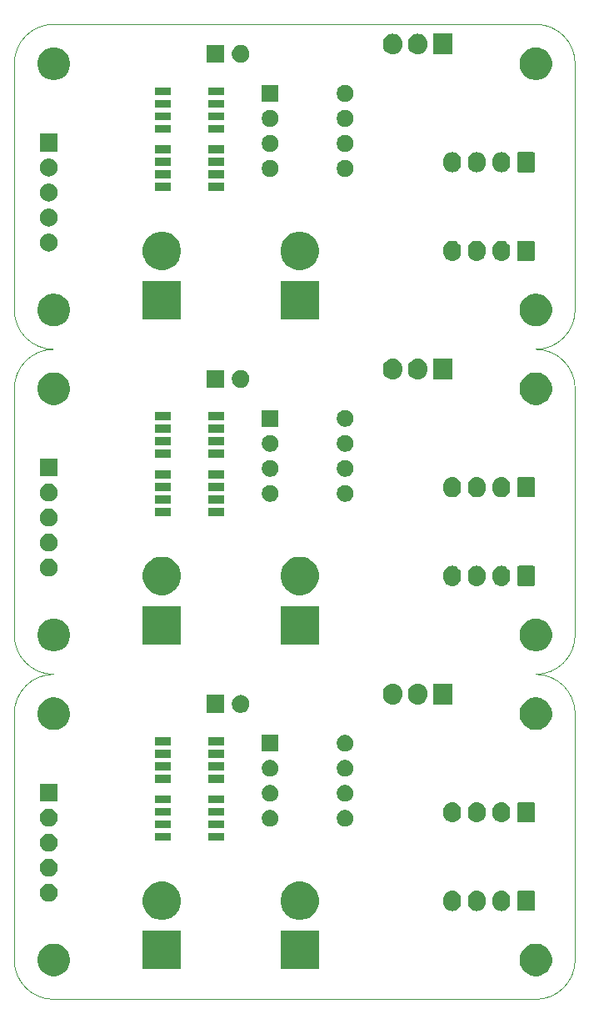
<source format=gbs>
G04 #@! TF.GenerationSoftware,KiCad,Pcbnew,(5.1.5)-3*
G04 #@! TF.CreationDate,2020-02-20T05:13:04+09:00*
G04 #@! TF.ProjectId,ServoDriver-order,53657276-6f44-4726-9976-65722d6f7264,rev?*
G04 #@! TF.SameCoordinates,Original*
G04 #@! TF.FileFunction,Soldermask,Bot*
G04 #@! TF.FilePolarity,Negative*
%FSLAX46Y46*%
G04 Gerber Fmt 4.6, Leading zero omitted, Abs format (unit mm)*
G04 Created by KiCad (PCBNEW (5.1.5)-3) date 2020-02-20 05:13:04*
%MOMM*%
%LPD*%
G04 APERTURE LIST*
%ADD10C,0.050000*%
%ADD11C,0.100000*%
G04 APERTURE END LIST*
D10*
X168000000Y-57000000D02*
X119000000Y-57000000D01*
X172000000Y-86000000D02*
G75*
G02X168000000Y-90000000I-4000000J0D01*
G01*
X172000000Y-119000000D02*
G75*
G02X168000000Y-123000000I-4000000J0D01*
G01*
X115000000Y-61000000D02*
X115000000Y-86000000D01*
X115000000Y-94000000D02*
X115000000Y-119000000D01*
X172000000Y-86000000D02*
X172000000Y-61000000D01*
X172000000Y-119000000D02*
X172000000Y-94000000D01*
X168000000Y-57000000D02*
G75*
G02X172000000Y-61000000I0J-4000000D01*
G01*
X168000000Y-90000000D02*
G75*
G02X172000000Y-94000000I0J-4000000D01*
G01*
X115000000Y-61000000D02*
G75*
G02X119000000Y-57000000I4000000J0D01*
G01*
X115000000Y-94000000D02*
G75*
G02X119000000Y-90000000I4000000J0D01*
G01*
X119000000Y-90000000D02*
G75*
G02X115000000Y-86000000I0J4000000D01*
G01*
X119000000Y-123000000D02*
G75*
G02X115000000Y-119000000I0J4000000D01*
G01*
X172000000Y-152000000D02*
G75*
G02X168000000Y-156000000I-4000000J0D01*
G01*
X119000000Y-156000000D02*
X168000000Y-156000000D01*
X119000000Y-156000000D02*
G75*
G02X115000000Y-152000000I0J4000000D01*
G01*
X115000000Y-127000000D02*
G75*
G02X119000000Y-123000000I4000000J0D01*
G01*
X168000000Y-123000000D02*
G75*
G02X172000000Y-127000000I0J-4000000D01*
G01*
X172000000Y-152000000D02*
X172000000Y-127000000D01*
X115000000Y-127000000D02*
X115000000Y-152000000D01*
D11*
G36*
X168375256Y-150391298D02*
G01*
X168481579Y-150412447D01*
X168782042Y-150536903D01*
X169052451Y-150717585D01*
X169282415Y-150947549D01*
X169463097Y-151217958D01*
X169587553Y-151518421D01*
X169651000Y-151837391D01*
X169651000Y-152162609D01*
X169587553Y-152481579D01*
X169463097Y-152782042D01*
X169282415Y-153052451D01*
X169052451Y-153282415D01*
X168782042Y-153463097D01*
X168481579Y-153587553D01*
X168375256Y-153608702D01*
X168162611Y-153651000D01*
X167837389Y-153651000D01*
X167624744Y-153608702D01*
X167518421Y-153587553D01*
X167217958Y-153463097D01*
X166947549Y-153282415D01*
X166717585Y-153052451D01*
X166536903Y-152782042D01*
X166412447Y-152481579D01*
X166349000Y-152162609D01*
X166349000Y-151837391D01*
X166412447Y-151518421D01*
X166536903Y-151217958D01*
X166717585Y-150947549D01*
X166947549Y-150717585D01*
X167217958Y-150536903D01*
X167518421Y-150412447D01*
X167624744Y-150391298D01*
X167837389Y-150349000D01*
X168162611Y-150349000D01*
X168375256Y-150391298D01*
G37*
G36*
X119375256Y-150391298D02*
G01*
X119481579Y-150412447D01*
X119782042Y-150536903D01*
X120052451Y-150717585D01*
X120282415Y-150947549D01*
X120463097Y-151217958D01*
X120587553Y-151518421D01*
X120651000Y-151837391D01*
X120651000Y-152162609D01*
X120587553Y-152481579D01*
X120463097Y-152782042D01*
X120282415Y-153052451D01*
X120052451Y-153282415D01*
X119782042Y-153463097D01*
X119481579Y-153587553D01*
X119375256Y-153608702D01*
X119162611Y-153651000D01*
X118837389Y-153651000D01*
X118624744Y-153608702D01*
X118518421Y-153587553D01*
X118217958Y-153463097D01*
X117947549Y-153282415D01*
X117717585Y-153052451D01*
X117536903Y-152782042D01*
X117412447Y-152481579D01*
X117349000Y-152162609D01*
X117349000Y-151837391D01*
X117412447Y-151518421D01*
X117536903Y-151217958D01*
X117717585Y-150947549D01*
X117947549Y-150717585D01*
X118217958Y-150536903D01*
X118518421Y-150412447D01*
X118624744Y-150391298D01*
X118837389Y-150349000D01*
X119162611Y-150349000D01*
X119375256Y-150391298D01*
G37*
G36*
X145951000Y-152951000D02*
G01*
X142049000Y-152951000D01*
X142049000Y-149049000D01*
X145951000Y-149049000D01*
X145951000Y-152951000D01*
G37*
G36*
X131951000Y-152951000D02*
G01*
X128049000Y-152951000D01*
X128049000Y-149049000D01*
X131951000Y-149049000D01*
X131951000Y-152951000D01*
G37*
G36*
X144569085Y-144123975D02*
G01*
X144924143Y-144271045D01*
X144924145Y-144271046D01*
X145243690Y-144484559D01*
X145515441Y-144756310D01*
X145713614Y-145052897D01*
X145728955Y-145075857D01*
X145876025Y-145430915D01*
X145951000Y-145807842D01*
X145951000Y-146192158D01*
X145876025Y-146569085D01*
X145745748Y-146883600D01*
X145728954Y-146924145D01*
X145515441Y-147243690D01*
X145243690Y-147515441D01*
X144924145Y-147728954D01*
X144924144Y-147728955D01*
X144924143Y-147728955D01*
X144569085Y-147876025D01*
X144192158Y-147951000D01*
X143807842Y-147951000D01*
X143430915Y-147876025D01*
X143075857Y-147728955D01*
X143075856Y-147728955D01*
X143075855Y-147728954D01*
X142756310Y-147515441D01*
X142484559Y-147243690D01*
X142271046Y-146924145D01*
X142254252Y-146883600D01*
X142123975Y-146569085D01*
X142049000Y-146192158D01*
X142049000Y-145807842D01*
X142123975Y-145430915D01*
X142271045Y-145075857D01*
X142286386Y-145052897D01*
X142484559Y-144756310D01*
X142756310Y-144484559D01*
X143075855Y-144271046D01*
X143075857Y-144271045D01*
X143430915Y-144123975D01*
X143807842Y-144049000D01*
X144192158Y-144049000D01*
X144569085Y-144123975D01*
G37*
G36*
X130569085Y-144123975D02*
G01*
X130924143Y-144271045D01*
X130924145Y-144271046D01*
X131243690Y-144484559D01*
X131515441Y-144756310D01*
X131713614Y-145052897D01*
X131728955Y-145075857D01*
X131876025Y-145430915D01*
X131951000Y-145807842D01*
X131951000Y-146192158D01*
X131876025Y-146569085D01*
X131745748Y-146883600D01*
X131728954Y-146924145D01*
X131515441Y-147243690D01*
X131243690Y-147515441D01*
X130924145Y-147728954D01*
X130924144Y-147728955D01*
X130924143Y-147728955D01*
X130569085Y-147876025D01*
X130192158Y-147951000D01*
X129807842Y-147951000D01*
X129430915Y-147876025D01*
X129075857Y-147728955D01*
X129075856Y-147728955D01*
X129075855Y-147728954D01*
X128756310Y-147515441D01*
X128484559Y-147243690D01*
X128271046Y-146924145D01*
X128254252Y-146883600D01*
X128123975Y-146569085D01*
X128049000Y-146192158D01*
X128049000Y-145807842D01*
X128123975Y-145430915D01*
X128271045Y-145075857D01*
X128286386Y-145052897D01*
X128484559Y-144756310D01*
X128756310Y-144484559D01*
X129075855Y-144271046D01*
X129075857Y-144271045D01*
X129430915Y-144123975D01*
X129807842Y-144049000D01*
X130192158Y-144049000D01*
X130569085Y-144123975D01*
G37*
G36*
X164676627Y-144987037D02*
G01*
X164846466Y-145038557D01*
X165002991Y-145122222D01*
X165038729Y-145151552D01*
X165140186Y-145234814D01*
X165223448Y-145336271D01*
X165252778Y-145372009D01*
X165336443Y-145528534D01*
X165387963Y-145698374D01*
X165391507Y-145734354D01*
X165398745Y-145807842D01*
X165401000Y-145830743D01*
X165401000Y-146169258D01*
X165387963Y-146301627D01*
X165336443Y-146471466D01*
X165252778Y-146627991D01*
X165223448Y-146663729D01*
X165140186Y-146765186D01*
X165002989Y-146877779D01*
X164846467Y-146961442D01*
X164846465Y-146961443D01*
X164676626Y-147012963D01*
X164500000Y-147030359D01*
X164323373Y-147012963D01*
X164153534Y-146961443D01*
X163997009Y-146877778D01*
X163954750Y-146843097D01*
X163859814Y-146765186D01*
X163747221Y-146627989D01*
X163663558Y-146471467D01*
X163663557Y-146471465D01*
X163612037Y-146301626D01*
X163605519Y-146235442D01*
X163599000Y-146169259D01*
X163599000Y-145830740D01*
X163612037Y-145698375D01*
X163612037Y-145698373D01*
X163663557Y-145528534D01*
X163747222Y-145372009D01*
X163859815Y-145234815D01*
X163997010Y-145122222D01*
X164153535Y-145038557D01*
X164323374Y-144987037D01*
X164500000Y-144969641D01*
X164676627Y-144987037D01*
G37*
G36*
X162176627Y-144987037D02*
G01*
X162346466Y-145038557D01*
X162502991Y-145122222D01*
X162538729Y-145151552D01*
X162640186Y-145234814D01*
X162723448Y-145336271D01*
X162752778Y-145372009D01*
X162836443Y-145528534D01*
X162887963Y-145698374D01*
X162891507Y-145734354D01*
X162898745Y-145807842D01*
X162901000Y-145830743D01*
X162901000Y-146169258D01*
X162887963Y-146301627D01*
X162836443Y-146471466D01*
X162752778Y-146627991D01*
X162723448Y-146663729D01*
X162640186Y-146765186D01*
X162502989Y-146877779D01*
X162346467Y-146961442D01*
X162346465Y-146961443D01*
X162176626Y-147012963D01*
X162000000Y-147030359D01*
X161823373Y-147012963D01*
X161653534Y-146961443D01*
X161497009Y-146877778D01*
X161454750Y-146843097D01*
X161359814Y-146765186D01*
X161247221Y-146627989D01*
X161163558Y-146471467D01*
X161163557Y-146471465D01*
X161112037Y-146301626D01*
X161105519Y-146235442D01*
X161099000Y-146169259D01*
X161099000Y-145830740D01*
X161112037Y-145698375D01*
X161112037Y-145698373D01*
X161163557Y-145528534D01*
X161247222Y-145372009D01*
X161359815Y-145234815D01*
X161497010Y-145122222D01*
X161653535Y-145038557D01*
X161823374Y-144987037D01*
X162000000Y-144969641D01*
X162176627Y-144987037D01*
G37*
G36*
X159676627Y-144987037D02*
G01*
X159846466Y-145038557D01*
X160002991Y-145122222D01*
X160038729Y-145151552D01*
X160140186Y-145234814D01*
X160223448Y-145336271D01*
X160252778Y-145372009D01*
X160336443Y-145528534D01*
X160387963Y-145698374D01*
X160391507Y-145734354D01*
X160398745Y-145807842D01*
X160401000Y-145830743D01*
X160401000Y-146169258D01*
X160387963Y-146301627D01*
X160336443Y-146471466D01*
X160252778Y-146627991D01*
X160223448Y-146663729D01*
X160140186Y-146765186D01*
X160002989Y-146877779D01*
X159846467Y-146961442D01*
X159846465Y-146961443D01*
X159676626Y-147012963D01*
X159500000Y-147030359D01*
X159323373Y-147012963D01*
X159153534Y-146961443D01*
X158997009Y-146877778D01*
X158954750Y-146843097D01*
X158859814Y-146765186D01*
X158747221Y-146627989D01*
X158663558Y-146471467D01*
X158663557Y-146471465D01*
X158612037Y-146301626D01*
X158605519Y-146235442D01*
X158599000Y-146169259D01*
X158599000Y-145830740D01*
X158612037Y-145698375D01*
X158612037Y-145698373D01*
X158663557Y-145528534D01*
X158747222Y-145372009D01*
X158859815Y-145234815D01*
X158997010Y-145122222D01*
X159153535Y-145038557D01*
X159323374Y-144987037D01*
X159500000Y-144969641D01*
X159676627Y-144987037D01*
G37*
G36*
X167758600Y-144977989D02*
G01*
X167791652Y-144988015D01*
X167822103Y-145004292D01*
X167848799Y-145026201D01*
X167870708Y-145052897D01*
X167886985Y-145083348D01*
X167897011Y-145116400D01*
X167901000Y-145156903D01*
X167901000Y-146843097D01*
X167897011Y-146883600D01*
X167886985Y-146916652D01*
X167870708Y-146947103D01*
X167848799Y-146973799D01*
X167822103Y-146995708D01*
X167791652Y-147011985D01*
X167758600Y-147022011D01*
X167718097Y-147026000D01*
X166281903Y-147026000D01*
X166241400Y-147022011D01*
X166208348Y-147011985D01*
X166177897Y-146995708D01*
X166151201Y-146973799D01*
X166129292Y-146947103D01*
X166113015Y-146916652D01*
X166102989Y-146883600D01*
X166099000Y-146843097D01*
X166099000Y-145156903D01*
X166102989Y-145116400D01*
X166113015Y-145083348D01*
X166129292Y-145052897D01*
X166151201Y-145026201D01*
X166177897Y-145004292D01*
X166208348Y-144988015D01*
X166241400Y-144977989D01*
X166281903Y-144974000D01*
X167718097Y-144974000D01*
X167758600Y-144977989D01*
G37*
G36*
X118613512Y-144263927D02*
G01*
X118762812Y-144293624D01*
X118926784Y-144361544D01*
X119074354Y-144460147D01*
X119199853Y-144585646D01*
X119298456Y-144733216D01*
X119366376Y-144897188D01*
X119401000Y-145071259D01*
X119401000Y-145248741D01*
X119366376Y-145422812D01*
X119298456Y-145586784D01*
X119199853Y-145734354D01*
X119074354Y-145859853D01*
X118926784Y-145958456D01*
X118762812Y-146026376D01*
X118613512Y-146056073D01*
X118588742Y-146061000D01*
X118411258Y-146061000D01*
X118386488Y-146056073D01*
X118237188Y-146026376D01*
X118073216Y-145958456D01*
X117925646Y-145859853D01*
X117800147Y-145734354D01*
X117701544Y-145586784D01*
X117633624Y-145422812D01*
X117599000Y-145248741D01*
X117599000Y-145071259D01*
X117633624Y-144897188D01*
X117701544Y-144733216D01*
X117800147Y-144585646D01*
X117925646Y-144460147D01*
X118073216Y-144361544D01*
X118237188Y-144293624D01*
X118386488Y-144263927D01*
X118411258Y-144259000D01*
X118588742Y-144259000D01*
X118613512Y-144263927D01*
G37*
G36*
X118613512Y-141723927D02*
G01*
X118762812Y-141753624D01*
X118926784Y-141821544D01*
X119074354Y-141920147D01*
X119199853Y-142045646D01*
X119298456Y-142193216D01*
X119366376Y-142357188D01*
X119401000Y-142531259D01*
X119401000Y-142708741D01*
X119366376Y-142882812D01*
X119298456Y-143046784D01*
X119199853Y-143194354D01*
X119074354Y-143319853D01*
X118926784Y-143418456D01*
X118762812Y-143486376D01*
X118613512Y-143516073D01*
X118588742Y-143521000D01*
X118411258Y-143521000D01*
X118386488Y-143516073D01*
X118237188Y-143486376D01*
X118073216Y-143418456D01*
X117925646Y-143319853D01*
X117800147Y-143194354D01*
X117701544Y-143046784D01*
X117633624Y-142882812D01*
X117599000Y-142708741D01*
X117599000Y-142531259D01*
X117633624Y-142357188D01*
X117701544Y-142193216D01*
X117800147Y-142045646D01*
X117925646Y-141920147D01*
X118073216Y-141821544D01*
X118237188Y-141753624D01*
X118386488Y-141723927D01*
X118411258Y-141719000D01*
X118588742Y-141719000D01*
X118613512Y-141723927D01*
G37*
G36*
X118613512Y-139183927D02*
G01*
X118762812Y-139213624D01*
X118926784Y-139281544D01*
X119074354Y-139380147D01*
X119199853Y-139505646D01*
X119298456Y-139653216D01*
X119366376Y-139817188D01*
X119401000Y-139991259D01*
X119401000Y-140168741D01*
X119366376Y-140342812D01*
X119298456Y-140506784D01*
X119199853Y-140654354D01*
X119074354Y-140779853D01*
X118926784Y-140878456D01*
X118762812Y-140946376D01*
X118613512Y-140976073D01*
X118588742Y-140981000D01*
X118411258Y-140981000D01*
X118386488Y-140976073D01*
X118237188Y-140946376D01*
X118073216Y-140878456D01*
X117925646Y-140779853D01*
X117800147Y-140654354D01*
X117701544Y-140506784D01*
X117633624Y-140342812D01*
X117599000Y-140168741D01*
X117599000Y-139991259D01*
X117633624Y-139817188D01*
X117701544Y-139653216D01*
X117800147Y-139505646D01*
X117925646Y-139380147D01*
X118073216Y-139281544D01*
X118237188Y-139213624D01*
X118386488Y-139183927D01*
X118411258Y-139179000D01*
X118588742Y-139179000D01*
X118613512Y-139183927D01*
G37*
G36*
X130889500Y-139911000D02*
G01*
X129262500Y-139911000D01*
X129262500Y-139109000D01*
X130889500Y-139109000D01*
X130889500Y-139911000D01*
G37*
G36*
X136313500Y-139911000D02*
G01*
X134686500Y-139911000D01*
X134686500Y-139109000D01*
X136313500Y-139109000D01*
X136313500Y-139911000D01*
G37*
G36*
X136313500Y-138641000D02*
G01*
X134686500Y-138641000D01*
X134686500Y-137839000D01*
X136313500Y-137839000D01*
X136313500Y-138641000D01*
G37*
G36*
X130889500Y-138641000D02*
G01*
X129262500Y-138641000D01*
X129262500Y-137839000D01*
X130889500Y-137839000D01*
X130889500Y-138641000D01*
G37*
G36*
X148868228Y-136801703D02*
G01*
X149023100Y-136865853D01*
X149162481Y-136958985D01*
X149281015Y-137077519D01*
X149374147Y-137216900D01*
X149438297Y-137371772D01*
X149471000Y-137536184D01*
X149471000Y-137703816D01*
X149438297Y-137868228D01*
X149374147Y-138023100D01*
X149281015Y-138162481D01*
X149162481Y-138281015D01*
X149023100Y-138374147D01*
X148868228Y-138438297D01*
X148703816Y-138471000D01*
X148536184Y-138471000D01*
X148371772Y-138438297D01*
X148216900Y-138374147D01*
X148077519Y-138281015D01*
X147958985Y-138162481D01*
X147865853Y-138023100D01*
X147801703Y-137868228D01*
X147769000Y-137703816D01*
X147769000Y-137536184D01*
X147801703Y-137371772D01*
X147865853Y-137216900D01*
X147958985Y-137077519D01*
X148077519Y-136958985D01*
X148216900Y-136865853D01*
X148371772Y-136801703D01*
X148536184Y-136769000D01*
X148703816Y-136769000D01*
X148868228Y-136801703D01*
G37*
G36*
X141248228Y-136801703D02*
G01*
X141403100Y-136865853D01*
X141542481Y-136958985D01*
X141661015Y-137077519D01*
X141754147Y-137216900D01*
X141818297Y-137371772D01*
X141851000Y-137536184D01*
X141851000Y-137703816D01*
X141818297Y-137868228D01*
X141754147Y-138023100D01*
X141661015Y-138162481D01*
X141542481Y-138281015D01*
X141403100Y-138374147D01*
X141248228Y-138438297D01*
X141083816Y-138471000D01*
X140916184Y-138471000D01*
X140751772Y-138438297D01*
X140596900Y-138374147D01*
X140457519Y-138281015D01*
X140338985Y-138162481D01*
X140245853Y-138023100D01*
X140181703Y-137868228D01*
X140149000Y-137703816D01*
X140149000Y-137536184D01*
X140181703Y-137371772D01*
X140245853Y-137216900D01*
X140338985Y-137077519D01*
X140457519Y-136958985D01*
X140596900Y-136865853D01*
X140751772Y-136801703D01*
X140916184Y-136769000D01*
X141083816Y-136769000D01*
X141248228Y-136801703D01*
G37*
G36*
X118613512Y-136643927D02*
G01*
X118762812Y-136673624D01*
X118926784Y-136741544D01*
X119074354Y-136840147D01*
X119199853Y-136965646D01*
X119298456Y-137113216D01*
X119366376Y-137277188D01*
X119401000Y-137451259D01*
X119401000Y-137628741D01*
X119366376Y-137802812D01*
X119298456Y-137966784D01*
X119199853Y-138114354D01*
X119074354Y-138239853D01*
X118926784Y-138338456D01*
X118762812Y-138406376D01*
X118613512Y-138436073D01*
X118588742Y-138441000D01*
X118411258Y-138441000D01*
X118386488Y-138436073D01*
X118237188Y-138406376D01*
X118073216Y-138338456D01*
X117925646Y-138239853D01*
X117800147Y-138114354D01*
X117701544Y-137966784D01*
X117633624Y-137802812D01*
X117599000Y-137628741D01*
X117599000Y-137451259D01*
X117633624Y-137277188D01*
X117701544Y-137113216D01*
X117800147Y-136965646D01*
X117925646Y-136840147D01*
X118073216Y-136741544D01*
X118237188Y-136673624D01*
X118386488Y-136643927D01*
X118411258Y-136639000D01*
X118588742Y-136639000D01*
X118613512Y-136643927D01*
G37*
G36*
X164676627Y-135987037D02*
G01*
X164846466Y-136038557D01*
X165002991Y-136122222D01*
X165038729Y-136151552D01*
X165140186Y-136234814D01*
X165223448Y-136336271D01*
X165252778Y-136372009D01*
X165336443Y-136528534D01*
X165387963Y-136698374D01*
X165387963Y-136698376D01*
X165401000Y-136830741D01*
X165401000Y-137169260D01*
X165394481Y-137235443D01*
X165387963Y-137301627D01*
X165336443Y-137471466D01*
X165252778Y-137627991D01*
X165223448Y-137663729D01*
X165140186Y-137765186D01*
X165002989Y-137877779D01*
X164846467Y-137961442D01*
X164846465Y-137961443D01*
X164676626Y-138012963D01*
X164500000Y-138030359D01*
X164323373Y-138012963D01*
X164153534Y-137961443D01*
X163997009Y-137877778D01*
X163949758Y-137839000D01*
X163859814Y-137765186D01*
X163747221Y-137627989D01*
X163663558Y-137471467D01*
X163657428Y-137451259D01*
X163612037Y-137301626D01*
X163599000Y-137169257D01*
X163599000Y-136830742D01*
X163612037Y-136698373D01*
X163663557Y-136528534D01*
X163747222Y-136372009D01*
X163859815Y-136234815D01*
X163997010Y-136122222D01*
X164153535Y-136038557D01*
X164323374Y-135987037D01*
X164500000Y-135969641D01*
X164676627Y-135987037D01*
G37*
G36*
X162176627Y-135987037D02*
G01*
X162346466Y-136038557D01*
X162502991Y-136122222D01*
X162538729Y-136151552D01*
X162640186Y-136234814D01*
X162723448Y-136336271D01*
X162752778Y-136372009D01*
X162836443Y-136528534D01*
X162887963Y-136698374D01*
X162887963Y-136698376D01*
X162901000Y-136830741D01*
X162901000Y-137169260D01*
X162894481Y-137235443D01*
X162887963Y-137301627D01*
X162836443Y-137471466D01*
X162752778Y-137627991D01*
X162723448Y-137663729D01*
X162640186Y-137765186D01*
X162502989Y-137877779D01*
X162346467Y-137961442D01*
X162346465Y-137961443D01*
X162176626Y-138012963D01*
X162000000Y-138030359D01*
X161823373Y-138012963D01*
X161653534Y-137961443D01*
X161497009Y-137877778D01*
X161449758Y-137839000D01*
X161359814Y-137765186D01*
X161247221Y-137627989D01*
X161163558Y-137471467D01*
X161157428Y-137451259D01*
X161112037Y-137301626D01*
X161099000Y-137169257D01*
X161099000Y-136830742D01*
X161112037Y-136698373D01*
X161163557Y-136528534D01*
X161247222Y-136372009D01*
X161359815Y-136234815D01*
X161497010Y-136122222D01*
X161653535Y-136038557D01*
X161823374Y-135987037D01*
X162000000Y-135969641D01*
X162176627Y-135987037D01*
G37*
G36*
X159676627Y-135987037D02*
G01*
X159846466Y-136038557D01*
X160002991Y-136122222D01*
X160038729Y-136151552D01*
X160140186Y-136234814D01*
X160223448Y-136336271D01*
X160252778Y-136372009D01*
X160336443Y-136528534D01*
X160387963Y-136698374D01*
X160387963Y-136698376D01*
X160401000Y-136830741D01*
X160401000Y-137169260D01*
X160394481Y-137235443D01*
X160387963Y-137301627D01*
X160336443Y-137471466D01*
X160252778Y-137627991D01*
X160223448Y-137663729D01*
X160140186Y-137765186D01*
X160002989Y-137877779D01*
X159846467Y-137961442D01*
X159846465Y-137961443D01*
X159676626Y-138012963D01*
X159500000Y-138030359D01*
X159323373Y-138012963D01*
X159153534Y-137961443D01*
X158997009Y-137877778D01*
X158949758Y-137839000D01*
X158859814Y-137765186D01*
X158747221Y-137627989D01*
X158663558Y-137471467D01*
X158657428Y-137451259D01*
X158612037Y-137301626D01*
X158599000Y-137169257D01*
X158599000Y-136830742D01*
X158612037Y-136698373D01*
X158663557Y-136528534D01*
X158747222Y-136372009D01*
X158859815Y-136234815D01*
X158997010Y-136122222D01*
X159153535Y-136038557D01*
X159323374Y-135987037D01*
X159500000Y-135969641D01*
X159676627Y-135987037D01*
G37*
G36*
X167758600Y-135977989D02*
G01*
X167791652Y-135988015D01*
X167822103Y-136004292D01*
X167848799Y-136026201D01*
X167870708Y-136052897D01*
X167886985Y-136083348D01*
X167897011Y-136116400D01*
X167901000Y-136156903D01*
X167901000Y-137843097D01*
X167897011Y-137883600D01*
X167886985Y-137916652D01*
X167870708Y-137947103D01*
X167848799Y-137973799D01*
X167822103Y-137995708D01*
X167791652Y-138011985D01*
X167758600Y-138022011D01*
X167718097Y-138026000D01*
X166281903Y-138026000D01*
X166241400Y-138022011D01*
X166208348Y-138011985D01*
X166177897Y-137995708D01*
X166151201Y-137973799D01*
X166129292Y-137947103D01*
X166113015Y-137916652D01*
X166102989Y-137883600D01*
X166099000Y-137843097D01*
X166099000Y-136156903D01*
X166102989Y-136116400D01*
X166113015Y-136083348D01*
X166129292Y-136052897D01*
X166151201Y-136026201D01*
X166177897Y-136004292D01*
X166208348Y-135988015D01*
X166241400Y-135977989D01*
X166281903Y-135974000D01*
X167718097Y-135974000D01*
X167758600Y-135977989D01*
G37*
G36*
X136313500Y-137371000D02*
G01*
X134686500Y-137371000D01*
X134686500Y-136569000D01*
X136313500Y-136569000D01*
X136313500Y-137371000D01*
G37*
G36*
X130889500Y-137371000D02*
G01*
X129262500Y-137371000D01*
X129262500Y-136569000D01*
X130889500Y-136569000D01*
X130889500Y-137371000D01*
G37*
G36*
X136313500Y-136101000D02*
G01*
X134686500Y-136101000D01*
X134686500Y-135299000D01*
X136313500Y-135299000D01*
X136313500Y-136101000D01*
G37*
G36*
X130889500Y-136101000D02*
G01*
X129262500Y-136101000D01*
X129262500Y-135299000D01*
X130889500Y-135299000D01*
X130889500Y-136101000D01*
G37*
G36*
X148868228Y-134261703D02*
G01*
X149023100Y-134325853D01*
X149162481Y-134418985D01*
X149281015Y-134537519D01*
X149374147Y-134676900D01*
X149438297Y-134831772D01*
X149471000Y-134996184D01*
X149471000Y-135163816D01*
X149438297Y-135328228D01*
X149374147Y-135483100D01*
X149281015Y-135622481D01*
X149162481Y-135741015D01*
X149023100Y-135834147D01*
X148868228Y-135898297D01*
X148703816Y-135931000D01*
X148536184Y-135931000D01*
X148371772Y-135898297D01*
X148216900Y-135834147D01*
X148077519Y-135741015D01*
X147958985Y-135622481D01*
X147865853Y-135483100D01*
X147801703Y-135328228D01*
X147769000Y-135163816D01*
X147769000Y-134996184D01*
X147801703Y-134831772D01*
X147865853Y-134676900D01*
X147958985Y-134537519D01*
X148077519Y-134418985D01*
X148216900Y-134325853D01*
X148371772Y-134261703D01*
X148536184Y-134229000D01*
X148703816Y-134229000D01*
X148868228Y-134261703D01*
G37*
G36*
X141248228Y-134261703D02*
G01*
X141403100Y-134325853D01*
X141542481Y-134418985D01*
X141661015Y-134537519D01*
X141754147Y-134676900D01*
X141818297Y-134831772D01*
X141851000Y-134996184D01*
X141851000Y-135163816D01*
X141818297Y-135328228D01*
X141754147Y-135483100D01*
X141661015Y-135622481D01*
X141542481Y-135741015D01*
X141403100Y-135834147D01*
X141248228Y-135898297D01*
X141083816Y-135931000D01*
X140916184Y-135931000D01*
X140751772Y-135898297D01*
X140596900Y-135834147D01*
X140457519Y-135741015D01*
X140338985Y-135622481D01*
X140245853Y-135483100D01*
X140181703Y-135328228D01*
X140149000Y-135163816D01*
X140149000Y-134996184D01*
X140181703Y-134831772D01*
X140245853Y-134676900D01*
X140338985Y-134537519D01*
X140457519Y-134418985D01*
X140596900Y-134325853D01*
X140751772Y-134261703D01*
X140916184Y-134229000D01*
X141083816Y-134229000D01*
X141248228Y-134261703D01*
G37*
G36*
X119401000Y-135901000D02*
G01*
X117599000Y-135901000D01*
X117599000Y-134099000D01*
X119401000Y-134099000D01*
X119401000Y-135901000D01*
G37*
G36*
X136313500Y-134001000D02*
G01*
X134686500Y-134001000D01*
X134686500Y-133199000D01*
X136313500Y-133199000D01*
X136313500Y-134001000D01*
G37*
G36*
X130889500Y-134001000D02*
G01*
X129262500Y-134001000D01*
X129262500Y-133199000D01*
X130889500Y-133199000D01*
X130889500Y-134001000D01*
G37*
G36*
X148868228Y-131721703D02*
G01*
X149023100Y-131785853D01*
X149162481Y-131878985D01*
X149281015Y-131997519D01*
X149374147Y-132136900D01*
X149438297Y-132291772D01*
X149471000Y-132456184D01*
X149471000Y-132623816D01*
X149438297Y-132788228D01*
X149374147Y-132943100D01*
X149281015Y-133082481D01*
X149162481Y-133201015D01*
X149023100Y-133294147D01*
X148868228Y-133358297D01*
X148703816Y-133391000D01*
X148536184Y-133391000D01*
X148371772Y-133358297D01*
X148216900Y-133294147D01*
X148077519Y-133201015D01*
X147958985Y-133082481D01*
X147865853Y-132943100D01*
X147801703Y-132788228D01*
X147769000Y-132623816D01*
X147769000Y-132456184D01*
X147801703Y-132291772D01*
X147865853Y-132136900D01*
X147958985Y-131997519D01*
X148077519Y-131878985D01*
X148216900Y-131785853D01*
X148371772Y-131721703D01*
X148536184Y-131689000D01*
X148703816Y-131689000D01*
X148868228Y-131721703D01*
G37*
G36*
X141248228Y-131721703D02*
G01*
X141403100Y-131785853D01*
X141542481Y-131878985D01*
X141661015Y-131997519D01*
X141754147Y-132136900D01*
X141818297Y-132291772D01*
X141851000Y-132456184D01*
X141851000Y-132623816D01*
X141818297Y-132788228D01*
X141754147Y-132943100D01*
X141661015Y-133082481D01*
X141542481Y-133201015D01*
X141403100Y-133294147D01*
X141248228Y-133358297D01*
X141083816Y-133391000D01*
X140916184Y-133391000D01*
X140751772Y-133358297D01*
X140596900Y-133294147D01*
X140457519Y-133201015D01*
X140338985Y-133082481D01*
X140245853Y-132943100D01*
X140181703Y-132788228D01*
X140149000Y-132623816D01*
X140149000Y-132456184D01*
X140181703Y-132291772D01*
X140245853Y-132136900D01*
X140338985Y-131997519D01*
X140457519Y-131878985D01*
X140596900Y-131785853D01*
X140751772Y-131721703D01*
X140916184Y-131689000D01*
X141083816Y-131689000D01*
X141248228Y-131721703D01*
G37*
G36*
X136313500Y-132731000D02*
G01*
X134686500Y-132731000D01*
X134686500Y-131929000D01*
X136313500Y-131929000D01*
X136313500Y-132731000D01*
G37*
G36*
X130889500Y-132731000D02*
G01*
X129262500Y-132731000D01*
X129262500Y-131929000D01*
X130889500Y-131929000D01*
X130889500Y-132731000D01*
G37*
G36*
X136313500Y-131461000D02*
G01*
X134686500Y-131461000D01*
X134686500Y-130659000D01*
X136313500Y-130659000D01*
X136313500Y-131461000D01*
G37*
G36*
X130889500Y-131461000D02*
G01*
X129262500Y-131461000D01*
X129262500Y-130659000D01*
X130889500Y-130659000D01*
X130889500Y-131461000D01*
G37*
G36*
X141851000Y-130851000D02*
G01*
X140149000Y-130851000D01*
X140149000Y-129149000D01*
X141851000Y-129149000D01*
X141851000Y-130851000D01*
G37*
G36*
X148868228Y-129181703D02*
G01*
X149023100Y-129245853D01*
X149162481Y-129338985D01*
X149281015Y-129457519D01*
X149374147Y-129596900D01*
X149438297Y-129751772D01*
X149471000Y-129916184D01*
X149471000Y-130083816D01*
X149438297Y-130248228D01*
X149374147Y-130403100D01*
X149281015Y-130542481D01*
X149162481Y-130661015D01*
X149023100Y-130754147D01*
X148868228Y-130818297D01*
X148703816Y-130851000D01*
X148536184Y-130851000D01*
X148371772Y-130818297D01*
X148216900Y-130754147D01*
X148077519Y-130661015D01*
X147958985Y-130542481D01*
X147865853Y-130403100D01*
X147801703Y-130248228D01*
X147769000Y-130083816D01*
X147769000Y-129916184D01*
X147801703Y-129751772D01*
X147865853Y-129596900D01*
X147958985Y-129457519D01*
X148077519Y-129338985D01*
X148216900Y-129245853D01*
X148371772Y-129181703D01*
X148536184Y-129149000D01*
X148703816Y-129149000D01*
X148868228Y-129181703D01*
G37*
G36*
X130889500Y-130191000D02*
G01*
X129262500Y-130191000D01*
X129262500Y-129389000D01*
X130889500Y-129389000D01*
X130889500Y-130191000D01*
G37*
G36*
X136313500Y-130191000D02*
G01*
X134686500Y-130191000D01*
X134686500Y-129389000D01*
X136313500Y-129389000D01*
X136313500Y-130191000D01*
G37*
G36*
X168375256Y-125391298D02*
G01*
X168481579Y-125412447D01*
X168782042Y-125536903D01*
X169052451Y-125717585D01*
X169282415Y-125947549D01*
X169463097Y-126217958D01*
X169587553Y-126518421D01*
X169598679Y-126574354D01*
X169643256Y-126798456D01*
X169651000Y-126837391D01*
X169651000Y-127162609D01*
X169587553Y-127481579D01*
X169463097Y-127782042D01*
X169282415Y-128052451D01*
X169052451Y-128282415D01*
X168782042Y-128463097D01*
X168481579Y-128587553D01*
X168375256Y-128608702D01*
X168162611Y-128651000D01*
X167837389Y-128651000D01*
X167624744Y-128608702D01*
X167518421Y-128587553D01*
X167217958Y-128463097D01*
X166947549Y-128282415D01*
X166717585Y-128052451D01*
X166536903Y-127782042D01*
X166412447Y-127481579D01*
X166349000Y-127162609D01*
X166349000Y-126837391D01*
X166356745Y-126798456D01*
X166401321Y-126574354D01*
X166412447Y-126518421D01*
X166536903Y-126217958D01*
X166717585Y-125947549D01*
X166947549Y-125717585D01*
X167217958Y-125536903D01*
X167518421Y-125412447D01*
X167624744Y-125391298D01*
X167837389Y-125349000D01*
X168162611Y-125349000D01*
X168375256Y-125391298D01*
G37*
G36*
X119375256Y-125391298D02*
G01*
X119481579Y-125412447D01*
X119782042Y-125536903D01*
X120052451Y-125717585D01*
X120282415Y-125947549D01*
X120463097Y-126217958D01*
X120587553Y-126518421D01*
X120598679Y-126574354D01*
X120643256Y-126798456D01*
X120651000Y-126837391D01*
X120651000Y-127162609D01*
X120587553Y-127481579D01*
X120463097Y-127782042D01*
X120282415Y-128052451D01*
X120052451Y-128282415D01*
X119782042Y-128463097D01*
X119481579Y-128587553D01*
X119375256Y-128608702D01*
X119162611Y-128651000D01*
X118837389Y-128651000D01*
X118624744Y-128608702D01*
X118518421Y-128587553D01*
X118217958Y-128463097D01*
X117947549Y-128282415D01*
X117717585Y-128052451D01*
X117536903Y-127782042D01*
X117412447Y-127481579D01*
X117349000Y-127162609D01*
X117349000Y-126837391D01*
X117356745Y-126798456D01*
X117401321Y-126574354D01*
X117412447Y-126518421D01*
X117536903Y-126217958D01*
X117717585Y-125947549D01*
X117947549Y-125717585D01*
X118217958Y-125536903D01*
X118518421Y-125412447D01*
X118624744Y-125391298D01*
X118837389Y-125349000D01*
X119162611Y-125349000D01*
X119375256Y-125391298D01*
G37*
G36*
X138113512Y-125103927D02*
G01*
X138262812Y-125133624D01*
X138426784Y-125201544D01*
X138574354Y-125300147D01*
X138699853Y-125425646D01*
X138798456Y-125573216D01*
X138866376Y-125737188D01*
X138901000Y-125911259D01*
X138901000Y-126088741D01*
X138866376Y-126262812D01*
X138798456Y-126426784D01*
X138699853Y-126574354D01*
X138574354Y-126699853D01*
X138426784Y-126798456D01*
X138262812Y-126866376D01*
X138113512Y-126896073D01*
X138088742Y-126901000D01*
X137911258Y-126901000D01*
X137886488Y-126896073D01*
X137737188Y-126866376D01*
X137573216Y-126798456D01*
X137425646Y-126699853D01*
X137300147Y-126574354D01*
X137201544Y-126426784D01*
X137133624Y-126262812D01*
X137099000Y-126088741D01*
X137099000Y-125911259D01*
X137133624Y-125737188D01*
X137201544Y-125573216D01*
X137300147Y-125425646D01*
X137425646Y-125300147D01*
X137573216Y-125201544D01*
X137737188Y-125133624D01*
X137886488Y-125103927D01*
X137911258Y-125099000D01*
X138088742Y-125099000D01*
X138113512Y-125103927D01*
G37*
G36*
X136361000Y-126901000D02*
G01*
X134559000Y-126901000D01*
X134559000Y-125099000D01*
X136361000Y-125099000D01*
X136361000Y-126901000D01*
G37*
G36*
X153656720Y-123963520D02*
G01*
X153845881Y-124020901D01*
X154020212Y-124114083D01*
X154173015Y-124239485D01*
X154298417Y-124392288D01*
X154342182Y-124474167D01*
X154391598Y-124566617D01*
X154391599Y-124566620D01*
X154448980Y-124755781D01*
X154463500Y-124903207D01*
X154463500Y-125096794D01*
X154448980Y-125244220D01*
X154391599Y-125433381D01*
X154298417Y-125607712D01*
X154173015Y-125760515D01*
X154020212Y-125885917D01*
X153972802Y-125911258D01*
X153845883Y-125979098D01*
X153845880Y-125979099D01*
X153656719Y-126036480D01*
X153460000Y-126055855D01*
X153263280Y-126036480D01*
X153074119Y-125979099D01*
X152899788Y-125885917D01*
X152746985Y-125760515D01*
X152621583Y-125607712D01*
X152577818Y-125525833D01*
X152528402Y-125433383D01*
X152487986Y-125300148D01*
X152471020Y-125244219D01*
X152456500Y-125096793D01*
X152456500Y-124903206D01*
X152471020Y-124755780D01*
X152528401Y-124566619D01*
X152621583Y-124392288D01*
X152746985Y-124239485D01*
X152899788Y-124114083D01*
X153074120Y-124020901D01*
X153263281Y-123963520D01*
X153460000Y-123944145D01*
X153656720Y-123963520D01*
G37*
G36*
X156196720Y-123963520D02*
G01*
X156385881Y-124020901D01*
X156560212Y-124114083D01*
X156713015Y-124239485D01*
X156838417Y-124392288D01*
X156882182Y-124474167D01*
X156931598Y-124566617D01*
X156931599Y-124566620D01*
X156988980Y-124755781D01*
X157003500Y-124903207D01*
X157003500Y-125096794D01*
X156988980Y-125244220D01*
X156931599Y-125433381D01*
X156838417Y-125607712D01*
X156713015Y-125760515D01*
X156560212Y-125885917D01*
X156512802Y-125911258D01*
X156385883Y-125979098D01*
X156385880Y-125979099D01*
X156196719Y-126036480D01*
X156000000Y-126055855D01*
X155803280Y-126036480D01*
X155614119Y-125979099D01*
X155439788Y-125885917D01*
X155286985Y-125760515D01*
X155161583Y-125607712D01*
X155117818Y-125525833D01*
X155068402Y-125433383D01*
X155027986Y-125300148D01*
X155011020Y-125244219D01*
X154996500Y-125096793D01*
X154996500Y-124903206D01*
X155011020Y-124755780D01*
X155068401Y-124566619D01*
X155161583Y-124392288D01*
X155286985Y-124239485D01*
X155439788Y-124114083D01*
X155614120Y-124020901D01*
X155803281Y-123963520D01*
X156000000Y-123944145D01*
X156196720Y-123963520D01*
G37*
G36*
X159543500Y-126051000D02*
G01*
X157536500Y-126051000D01*
X157536500Y-123949000D01*
X159543500Y-123949000D01*
X159543500Y-126051000D01*
G37*
G36*
X119375256Y-117391298D02*
G01*
X119481579Y-117412447D01*
X119782042Y-117536903D01*
X120052451Y-117717585D01*
X120282415Y-117947549D01*
X120463097Y-118217958D01*
X120587553Y-118518421D01*
X120651000Y-118837391D01*
X120651000Y-119162609D01*
X120587553Y-119481579D01*
X120463097Y-119782042D01*
X120282415Y-120052451D01*
X120052451Y-120282415D01*
X119782042Y-120463097D01*
X119481579Y-120587553D01*
X119375256Y-120608702D01*
X119162611Y-120651000D01*
X118837389Y-120651000D01*
X118624744Y-120608702D01*
X118518421Y-120587553D01*
X118217958Y-120463097D01*
X117947549Y-120282415D01*
X117717585Y-120052451D01*
X117536903Y-119782042D01*
X117412447Y-119481579D01*
X117349000Y-119162609D01*
X117349000Y-118837391D01*
X117412447Y-118518421D01*
X117536903Y-118217958D01*
X117717585Y-117947549D01*
X117947549Y-117717585D01*
X118217958Y-117536903D01*
X118518421Y-117412447D01*
X118624744Y-117391298D01*
X118837389Y-117349000D01*
X119162611Y-117349000D01*
X119375256Y-117391298D01*
G37*
G36*
X168375256Y-117391298D02*
G01*
X168481579Y-117412447D01*
X168782042Y-117536903D01*
X169052451Y-117717585D01*
X169282415Y-117947549D01*
X169463097Y-118217958D01*
X169587553Y-118518421D01*
X169651000Y-118837391D01*
X169651000Y-119162609D01*
X169587553Y-119481579D01*
X169463097Y-119782042D01*
X169282415Y-120052451D01*
X169052451Y-120282415D01*
X168782042Y-120463097D01*
X168481579Y-120587553D01*
X168375256Y-120608702D01*
X168162611Y-120651000D01*
X167837389Y-120651000D01*
X167624744Y-120608702D01*
X167518421Y-120587553D01*
X167217958Y-120463097D01*
X166947549Y-120282415D01*
X166717585Y-120052451D01*
X166536903Y-119782042D01*
X166412447Y-119481579D01*
X166349000Y-119162609D01*
X166349000Y-118837391D01*
X166412447Y-118518421D01*
X166536903Y-118217958D01*
X166717585Y-117947549D01*
X166947549Y-117717585D01*
X167217958Y-117536903D01*
X167518421Y-117412447D01*
X167624744Y-117391298D01*
X167837389Y-117349000D01*
X168162611Y-117349000D01*
X168375256Y-117391298D01*
G37*
G36*
X145951000Y-119951000D02*
G01*
X142049000Y-119951000D01*
X142049000Y-116049000D01*
X145951000Y-116049000D01*
X145951000Y-119951000D01*
G37*
G36*
X131951000Y-119951000D02*
G01*
X128049000Y-119951000D01*
X128049000Y-116049000D01*
X131951000Y-116049000D01*
X131951000Y-119951000D01*
G37*
G36*
X144569085Y-111123975D02*
G01*
X144924143Y-111271045D01*
X144924145Y-111271046D01*
X145243690Y-111484559D01*
X145515441Y-111756310D01*
X145713614Y-112052897D01*
X145728955Y-112075857D01*
X145876025Y-112430915D01*
X145951000Y-112807842D01*
X145951000Y-113192158D01*
X145876025Y-113569085D01*
X145745748Y-113883600D01*
X145728954Y-113924145D01*
X145515441Y-114243690D01*
X145243690Y-114515441D01*
X144924145Y-114728954D01*
X144924144Y-114728955D01*
X144924143Y-114728955D01*
X144569085Y-114876025D01*
X144192158Y-114951000D01*
X143807842Y-114951000D01*
X143430915Y-114876025D01*
X143075857Y-114728955D01*
X143075856Y-114728955D01*
X143075855Y-114728954D01*
X142756310Y-114515441D01*
X142484559Y-114243690D01*
X142271046Y-113924145D01*
X142254252Y-113883600D01*
X142123975Y-113569085D01*
X142049000Y-113192158D01*
X142049000Y-112807842D01*
X142123975Y-112430915D01*
X142271045Y-112075857D01*
X142286386Y-112052897D01*
X142484559Y-111756310D01*
X142756310Y-111484559D01*
X143075855Y-111271046D01*
X143075857Y-111271045D01*
X143430915Y-111123975D01*
X143807842Y-111049000D01*
X144192158Y-111049000D01*
X144569085Y-111123975D01*
G37*
G36*
X130569085Y-111123975D02*
G01*
X130924143Y-111271045D01*
X130924145Y-111271046D01*
X131243690Y-111484559D01*
X131515441Y-111756310D01*
X131713614Y-112052897D01*
X131728955Y-112075857D01*
X131876025Y-112430915D01*
X131951000Y-112807842D01*
X131951000Y-113192158D01*
X131876025Y-113569085D01*
X131745748Y-113883600D01*
X131728954Y-113924145D01*
X131515441Y-114243690D01*
X131243690Y-114515441D01*
X130924145Y-114728954D01*
X130924144Y-114728955D01*
X130924143Y-114728955D01*
X130569085Y-114876025D01*
X130192158Y-114951000D01*
X129807842Y-114951000D01*
X129430915Y-114876025D01*
X129075857Y-114728955D01*
X129075856Y-114728955D01*
X129075855Y-114728954D01*
X128756310Y-114515441D01*
X128484559Y-114243690D01*
X128271046Y-113924145D01*
X128254252Y-113883600D01*
X128123975Y-113569085D01*
X128049000Y-113192158D01*
X128049000Y-112807842D01*
X128123975Y-112430915D01*
X128271045Y-112075857D01*
X128286386Y-112052897D01*
X128484559Y-111756310D01*
X128756310Y-111484559D01*
X129075855Y-111271046D01*
X129075857Y-111271045D01*
X129430915Y-111123975D01*
X129807842Y-111049000D01*
X130192158Y-111049000D01*
X130569085Y-111123975D01*
G37*
G36*
X162176627Y-111987037D02*
G01*
X162346466Y-112038557D01*
X162502991Y-112122222D01*
X162538729Y-112151552D01*
X162640186Y-112234814D01*
X162723448Y-112336271D01*
X162752778Y-112372009D01*
X162836443Y-112528534D01*
X162887963Y-112698374D01*
X162891507Y-112734354D01*
X162898745Y-112807842D01*
X162901000Y-112830743D01*
X162901000Y-113169258D01*
X162887963Y-113301627D01*
X162836443Y-113471466D01*
X162752778Y-113627991D01*
X162723448Y-113663729D01*
X162640186Y-113765186D01*
X162502989Y-113877779D01*
X162346467Y-113961442D01*
X162346465Y-113961443D01*
X162176626Y-114012963D01*
X162000000Y-114030359D01*
X161823373Y-114012963D01*
X161653534Y-113961443D01*
X161497009Y-113877778D01*
X161454750Y-113843097D01*
X161359814Y-113765186D01*
X161247221Y-113627989D01*
X161163558Y-113471467D01*
X161163557Y-113471465D01*
X161112037Y-113301626D01*
X161105519Y-113235442D01*
X161099000Y-113169259D01*
X161099000Y-112830740D01*
X161112037Y-112698375D01*
X161112037Y-112698373D01*
X161163557Y-112528534D01*
X161247222Y-112372009D01*
X161359815Y-112234815D01*
X161497010Y-112122222D01*
X161653535Y-112038557D01*
X161823374Y-111987037D01*
X162000000Y-111969641D01*
X162176627Y-111987037D01*
G37*
G36*
X159676627Y-111987037D02*
G01*
X159846466Y-112038557D01*
X160002991Y-112122222D01*
X160038729Y-112151552D01*
X160140186Y-112234814D01*
X160223448Y-112336271D01*
X160252778Y-112372009D01*
X160336443Y-112528534D01*
X160387963Y-112698374D01*
X160391507Y-112734354D01*
X160398745Y-112807842D01*
X160401000Y-112830743D01*
X160401000Y-113169258D01*
X160387963Y-113301627D01*
X160336443Y-113471466D01*
X160252778Y-113627991D01*
X160223448Y-113663729D01*
X160140186Y-113765186D01*
X160002989Y-113877779D01*
X159846467Y-113961442D01*
X159846465Y-113961443D01*
X159676626Y-114012963D01*
X159500000Y-114030359D01*
X159323373Y-114012963D01*
X159153534Y-113961443D01*
X158997009Y-113877778D01*
X158954750Y-113843097D01*
X158859814Y-113765186D01*
X158747221Y-113627989D01*
X158663558Y-113471467D01*
X158663557Y-113471465D01*
X158612037Y-113301626D01*
X158605519Y-113235442D01*
X158599000Y-113169259D01*
X158599000Y-112830740D01*
X158612037Y-112698375D01*
X158612037Y-112698373D01*
X158663557Y-112528534D01*
X158747222Y-112372009D01*
X158859815Y-112234815D01*
X158997010Y-112122222D01*
X159153535Y-112038557D01*
X159323374Y-111987037D01*
X159500000Y-111969641D01*
X159676627Y-111987037D01*
G37*
G36*
X164676627Y-111987037D02*
G01*
X164846466Y-112038557D01*
X165002991Y-112122222D01*
X165038729Y-112151552D01*
X165140186Y-112234814D01*
X165223448Y-112336271D01*
X165252778Y-112372009D01*
X165336443Y-112528534D01*
X165387963Y-112698374D01*
X165391507Y-112734354D01*
X165398745Y-112807842D01*
X165401000Y-112830743D01*
X165401000Y-113169258D01*
X165387963Y-113301627D01*
X165336443Y-113471466D01*
X165252778Y-113627991D01*
X165223448Y-113663729D01*
X165140186Y-113765186D01*
X165002989Y-113877779D01*
X164846467Y-113961442D01*
X164846465Y-113961443D01*
X164676626Y-114012963D01*
X164500000Y-114030359D01*
X164323373Y-114012963D01*
X164153534Y-113961443D01*
X163997009Y-113877778D01*
X163954750Y-113843097D01*
X163859814Y-113765186D01*
X163747221Y-113627989D01*
X163663558Y-113471467D01*
X163663557Y-113471465D01*
X163612037Y-113301626D01*
X163605519Y-113235442D01*
X163599000Y-113169259D01*
X163599000Y-112830740D01*
X163612037Y-112698375D01*
X163612037Y-112698373D01*
X163663557Y-112528534D01*
X163747222Y-112372009D01*
X163859815Y-112234815D01*
X163997010Y-112122222D01*
X164153535Y-112038557D01*
X164323374Y-111987037D01*
X164500000Y-111969641D01*
X164676627Y-111987037D01*
G37*
G36*
X167758600Y-111977989D02*
G01*
X167791652Y-111988015D01*
X167822103Y-112004292D01*
X167848799Y-112026201D01*
X167870708Y-112052897D01*
X167886985Y-112083348D01*
X167897011Y-112116400D01*
X167901000Y-112156903D01*
X167901000Y-113843097D01*
X167897011Y-113883600D01*
X167886985Y-113916652D01*
X167870708Y-113947103D01*
X167848799Y-113973799D01*
X167822103Y-113995708D01*
X167791652Y-114011985D01*
X167758600Y-114022011D01*
X167718097Y-114026000D01*
X166281903Y-114026000D01*
X166241400Y-114022011D01*
X166208348Y-114011985D01*
X166177897Y-113995708D01*
X166151201Y-113973799D01*
X166129292Y-113947103D01*
X166113015Y-113916652D01*
X166102989Y-113883600D01*
X166099000Y-113843097D01*
X166099000Y-112156903D01*
X166102989Y-112116400D01*
X166113015Y-112083348D01*
X166129292Y-112052897D01*
X166151201Y-112026201D01*
X166177897Y-112004292D01*
X166208348Y-111988015D01*
X166241400Y-111977989D01*
X166281903Y-111974000D01*
X167718097Y-111974000D01*
X167758600Y-111977989D01*
G37*
G36*
X118613512Y-111263927D02*
G01*
X118762812Y-111293624D01*
X118926784Y-111361544D01*
X119074354Y-111460147D01*
X119199853Y-111585646D01*
X119298456Y-111733216D01*
X119366376Y-111897188D01*
X119401000Y-112071259D01*
X119401000Y-112248741D01*
X119366376Y-112422812D01*
X119298456Y-112586784D01*
X119199853Y-112734354D01*
X119074354Y-112859853D01*
X118926784Y-112958456D01*
X118762812Y-113026376D01*
X118613512Y-113056073D01*
X118588742Y-113061000D01*
X118411258Y-113061000D01*
X118386488Y-113056073D01*
X118237188Y-113026376D01*
X118073216Y-112958456D01*
X117925646Y-112859853D01*
X117800147Y-112734354D01*
X117701544Y-112586784D01*
X117633624Y-112422812D01*
X117599000Y-112248741D01*
X117599000Y-112071259D01*
X117633624Y-111897188D01*
X117701544Y-111733216D01*
X117800147Y-111585646D01*
X117925646Y-111460147D01*
X118073216Y-111361544D01*
X118237188Y-111293624D01*
X118386488Y-111263927D01*
X118411258Y-111259000D01*
X118588742Y-111259000D01*
X118613512Y-111263927D01*
G37*
G36*
X118613512Y-108723927D02*
G01*
X118762812Y-108753624D01*
X118926784Y-108821544D01*
X119074354Y-108920147D01*
X119199853Y-109045646D01*
X119298456Y-109193216D01*
X119366376Y-109357188D01*
X119401000Y-109531259D01*
X119401000Y-109708741D01*
X119366376Y-109882812D01*
X119298456Y-110046784D01*
X119199853Y-110194354D01*
X119074354Y-110319853D01*
X118926784Y-110418456D01*
X118762812Y-110486376D01*
X118613512Y-110516073D01*
X118588742Y-110521000D01*
X118411258Y-110521000D01*
X118386488Y-110516073D01*
X118237188Y-110486376D01*
X118073216Y-110418456D01*
X117925646Y-110319853D01*
X117800147Y-110194354D01*
X117701544Y-110046784D01*
X117633624Y-109882812D01*
X117599000Y-109708741D01*
X117599000Y-109531259D01*
X117633624Y-109357188D01*
X117701544Y-109193216D01*
X117800147Y-109045646D01*
X117925646Y-108920147D01*
X118073216Y-108821544D01*
X118237188Y-108753624D01*
X118386488Y-108723927D01*
X118411258Y-108719000D01*
X118588742Y-108719000D01*
X118613512Y-108723927D01*
G37*
G36*
X118613512Y-106183927D02*
G01*
X118762812Y-106213624D01*
X118926784Y-106281544D01*
X119074354Y-106380147D01*
X119199853Y-106505646D01*
X119298456Y-106653216D01*
X119366376Y-106817188D01*
X119401000Y-106991259D01*
X119401000Y-107168741D01*
X119366376Y-107342812D01*
X119298456Y-107506784D01*
X119199853Y-107654354D01*
X119074354Y-107779853D01*
X118926784Y-107878456D01*
X118762812Y-107946376D01*
X118613512Y-107976073D01*
X118588742Y-107981000D01*
X118411258Y-107981000D01*
X118386488Y-107976073D01*
X118237188Y-107946376D01*
X118073216Y-107878456D01*
X117925646Y-107779853D01*
X117800147Y-107654354D01*
X117701544Y-107506784D01*
X117633624Y-107342812D01*
X117599000Y-107168741D01*
X117599000Y-106991259D01*
X117633624Y-106817188D01*
X117701544Y-106653216D01*
X117800147Y-106505646D01*
X117925646Y-106380147D01*
X118073216Y-106281544D01*
X118237188Y-106213624D01*
X118386488Y-106183927D01*
X118411258Y-106179000D01*
X118588742Y-106179000D01*
X118613512Y-106183927D01*
G37*
G36*
X130889500Y-106911000D02*
G01*
X129262500Y-106911000D01*
X129262500Y-106109000D01*
X130889500Y-106109000D01*
X130889500Y-106911000D01*
G37*
G36*
X136313500Y-106911000D02*
G01*
X134686500Y-106911000D01*
X134686500Y-106109000D01*
X136313500Y-106109000D01*
X136313500Y-106911000D01*
G37*
G36*
X130889500Y-105641000D02*
G01*
X129262500Y-105641000D01*
X129262500Y-104839000D01*
X130889500Y-104839000D01*
X130889500Y-105641000D01*
G37*
G36*
X136313500Y-105641000D02*
G01*
X134686500Y-105641000D01*
X134686500Y-104839000D01*
X136313500Y-104839000D01*
X136313500Y-105641000D01*
G37*
G36*
X141248228Y-103801703D02*
G01*
X141403100Y-103865853D01*
X141542481Y-103958985D01*
X141661015Y-104077519D01*
X141754147Y-104216900D01*
X141818297Y-104371772D01*
X141851000Y-104536184D01*
X141851000Y-104703816D01*
X141818297Y-104868228D01*
X141754147Y-105023100D01*
X141661015Y-105162481D01*
X141542481Y-105281015D01*
X141403100Y-105374147D01*
X141248228Y-105438297D01*
X141083816Y-105471000D01*
X140916184Y-105471000D01*
X140751772Y-105438297D01*
X140596900Y-105374147D01*
X140457519Y-105281015D01*
X140338985Y-105162481D01*
X140245853Y-105023100D01*
X140181703Y-104868228D01*
X140149000Y-104703816D01*
X140149000Y-104536184D01*
X140181703Y-104371772D01*
X140245853Y-104216900D01*
X140338985Y-104077519D01*
X140457519Y-103958985D01*
X140596900Y-103865853D01*
X140751772Y-103801703D01*
X140916184Y-103769000D01*
X141083816Y-103769000D01*
X141248228Y-103801703D01*
G37*
G36*
X148868228Y-103801703D02*
G01*
X149023100Y-103865853D01*
X149162481Y-103958985D01*
X149281015Y-104077519D01*
X149374147Y-104216900D01*
X149438297Y-104371772D01*
X149471000Y-104536184D01*
X149471000Y-104703816D01*
X149438297Y-104868228D01*
X149374147Y-105023100D01*
X149281015Y-105162481D01*
X149162481Y-105281015D01*
X149023100Y-105374147D01*
X148868228Y-105438297D01*
X148703816Y-105471000D01*
X148536184Y-105471000D01*
X148371772Y-105438297D01*
X148216900Y-105374147D01*
X148077519Y-105281015D01*
X147958985Y-105162481D01*
X147865853Y-105023100D01*
X147801703Y-104868228D01*
X147769000Y-104703816D01*
X147769000Y-104536184D01*
X147801703Y-104371772D01*
X147865853Y-104216900D01*
X147958985Y-104077519D01*
X148077519Y-103958985D01*
X148216900Y-103865853D01*
X148371772Y-103801703D01*
X148536184Y-103769000D01*
X148703816Y-103769000D01*
X148868228Y-103801703D01*
G37*
G36*
X118613512Y-103643927D02*
G01*
X118762812Y-103673624D01*
X118926784Y-103741544D01*
X119074354Y-103840147D01*
X119199853Y-103965646D01*
X119298456Y-104113216D01*
X119366376Y-104277188D01*
X119401000Y-104451259D01*
X119401000Y-104628741D01*
X119366376Y-104802812D01*
X119298456Y-104966784D01*
X119199853Y-105114354D01*
X119074354Y-105239853D01*
X118926784Y-105338456D01*
X118762812Y-105406376D01*
X118613512Y-105436073D01*
X118588742Y-105441000D01*
X118411258Y-105441000D01*
X118386488Y-105436073D01*
X118237188Y-105406376D01*
X118073216Y-105338456D01*
X117925646Y-105239853D01*
X117800147Y-105114354D01*
X117701544Y-104966784D01*
X117633624Y-104802812D01*
X117599000Y-104628741D01*
X117599000Y-104451259D01*
X117633624Y-104277188D01*
X117701544Y-104113216D01*
X117800147Y-103965646D01*
X117925646Y-103840147D01*
X118073216Y-103741544D01*
X118237188Y-103673624D01*
X118386488Y-103643927D01*
X118411258Y-103639000D01*
X118588742Y-103639000D01*
X118613512Y-103643927D01*
G37*
G36*
X164676627Y-102987037D02*
G01*
X164846466Y-103038557D01*
X165002991Y-103122222D01*
X165038729Y-103151552D01*
X165140186Y-103234814D01*
X165223448Y-103336271D01*
X165252778Y-103372009D01*
X165336443Y-103528534D01*
X165387963Y-103698374D01*
X165387963Y-103698376D01*
X165401000Y-103830741D01*
X165401000Y-104169260D01*
X165394481Y-104235443D01*
X165387963Y-104301627D01*
X165336443Y-104471466D01*
X165252778Y-104627991D01*
X165223448Y-104663729D01*
X165140186Y-104765186D01*
X165002989Y-104877779D01*
X164846467Y-104961442D01*
X164846465Y-104961443D01*
X164676626Y-105012963D01*
X164500000Y-105030359D01*
X164323373Y-105012963D01*
X164153534Y-104961443D01*
X163997009Y-104877778D01*
X163949758Y-104839000D01*
X163859814Y-104765186D01*
X163747221Y-104627989D01*
X163663558Y-104471467D01*
X163657428Y-104451259D01*
X163612037Y-104301626D01*
X163599000Y-104169257D01*
X163599000Y-103830742D01*
X163612037Y-103698373D01*
X163663557Y-103528534D01*
X163747222Y-103372009D01*
X163859815Y-103234815D01*
X163997010Y-103122222D01*
X164153535Y-103038557D01*
X164323374Y-102987037D01*
X164500000Y-102969641D01*
X164676627Y-102987037D01*
G37*
G36*
X162176627Y-102987037D02*
G01*
X162346466Y-103038557D01*
X162502991Y-103122222D01*
X162538729Y-103151552D01*
X162640186Y-103234814D01*
X162723448Y-103336271D01*
X162752778Y-103372009D01*
X162836443Y-103528534D01*
X162887963Y-103698374D01*
X162887963Y-103698376D01*
X162901000Y-103830741D01*
X162901000Y-104169260D01*
X162894481Y-104235443D01*
X162887963Y-104301627D01*
X162836443Y-104471466D01*
X162752778Y-104627991D01*
X162723448Y-104663729D01*
X162640186Y-104765186D01*
X162502989Y-104877779D01*
X162346467Y-104961442D01*
X162346465Y-104961443D01*
X162176626Y-105012963D01*
X162000000Y-105030359D01*
X161823373Y-105012963D01*
X161653534Y-104961443D01*
X161497009Y-104877778D01*
X161449758Y-104839000D01*
X161359814Y-104765186D01*
X161247221Y-104627989D01*
X161163558Y-104471467D01*
X161157428Y-104451259D01*
X161112037Y-104301626D01*
X161099000Y-104169257D01*
X161099000Y-103830742D01*
X161112037Y-103698373D01*
X161163557Y-103528534D01*
X161247222Y-103372009D01*
X161359815Y-103234815D01*
X161497010Y-103122222D01*
X161653535Y-103038557D01*
X161823374Y-102987037D01*
X162000000Y-102969641D01*
X162176627Y-102987037D01*
G37*
G36*
X159676627Y-102987037D02*
G01*
X159846466Y-103038557D01*
X160002991Y-103122222D01*
X160038729Y-103151552D01*
X160140186Y-103234814D01*
X160223448Y-103336271D01*
X160252778Y-103372009D01*
X160336443Y-103528534D01*
X160387963Y-103698374D01*
X160387963Y-103698376D01*
X160401000Y-103830741D01*
X160401000Y-104169260D01*
X160394481Y-104235443D01*
X160387963Y-104301627D01*
X160336443Y-104471466D01*
X160252778Y-104627991D01*
X160223448Y-104663729D01*
X160140186Y-104765186D01*
X160002989Y-104877779D01*
X159846467Y-104961442D01*
X159846465Y-104961443D01*
X159676626Y-105012963D01*
X159500000Y-105030359D01*
X159323373Y-105012963D01*
X159153534Y-104961443D01*
X158997009Y-104877778D01*
X158949758Y-104839000D01*
X158859814Y-104765186D01*
X158747221Y-104627989D01*
X158663558Y-104471467D01*
X158657428Y-104451259D01*
X158612037Y-104301626D01*
X158599000Y-104169257D01*
X158599000Y-103830742D01*
X158612037Y-103698373D01*
X158663557Y-103528534D01*
X158747222Y-103372009D01*
X158859815Y-103234815D01*
X158997010Y-103122222D01*
X159153535Y-103038557D01*
X159323374Y-102987037D01*
X159500000Y-102969641D01*
X159676627Y-102987037D01*
G37*
G36*
X167758600Y-102977989D02*
G01*
X167791652Y-102988015D01*
X167822103Y-103004292D01*
X167848799Y-103026201D01*
X167870708Y-103052897D01*
X167886985Y-103083348D01*
X167897011Y-103116400D01*
X167901000Y-103156903D01*
X167901000Y-104843097D01*
X167897011Y-104883600D01*
X167886985Y-104916652D01*
X167870708Y-104947103D01*
X167848799Y-104973799D01*
X167822103Y-104995708D01*
X167791652Y-105011985D01*
X167758600Y-105022011D01*
X167718097Y-105026000D01*
X166281903Y-105026000D01*
X166241400Y-105022011D01*
X166208348Y-105011985D01*
X166177897Y-104995708D01*
X166151201Y-104973799D01*
X166129292Y-104947103D01*
X166113015Y-104916652D01*
X166102989Y-104883600D01*
X166099000Y-104843097D01*
X166099000Y-103156903D01*
X166102989Y-103116400D01*
X166113015Y-103083348D01*
X166129292Y-103052897D01*
X166151201Y-103026201D01*
X166177897Y-103004292D01*
X166208348Y-102988015D01*
X166241400Y-102977989D01*
X166281903Y-102974000D01*
X167718097Y-102974000D01*
X167758600Y-102977989D01*
G37*
G36*
X130889500Y-104371000D02*
G01*
X129262500Y-104371000D01*
X129262500Y-103569000D01*
X130889500Y-103569000D01*
X130889500Y-104371000D01*
G37*
G36*
X136313500Y-104371000D02*
G01*
X134686500Y-104371000D01*
X134686500Y-103569000D01*
X136313500Y-103569000D01*
X136313500Y-104371000D01*
G37*
G36*
X130889500Y-103101000D02*
G01*
X129262500Y-103101000D01*
X129262500Y-102299000D01*
X130889500Y-102299000D01*
X130889500Y-103101000D01*
G37*
G36*
X136313500Y-103101000D02*
G01*
X134686500Y-103101000D01*
X134686500Y-102299000D01*
X136313500Y-102299000D01*
X136313500Y-103101000D01*
G37*
G36*
X148868228Y-101261703D02*
G01*
X149023100Y-101325853D01*
X149162481Y-101418985D01*
X149281015Y-101537519D01*
X149374147Y-101676900D01*
X149438297Y-101831772D01*
X149471000Y-101996184D01*
X149471000Y-102163816D01*
X149438297Y-102328228D01*
X149374147Y-102483100D01*
X149281015Y-102622481D01*
X149162481Y-102741015D01*
X149023100Y-102834147D01*
X148868228Y-102898297D01*
X148703816Y-102931000D01*
X148536184Y-102931000D01*
X148371772Y-102898297D01*
X148216900Y-102834147D01*
X148077519Y-102741015D01*
X147958985Y-102622481D01*
X147865853Y-102483100D01*
X147801703Y-102328228D01*
X147769000Y-102163816D01*
X147769000Y-101996184D01*
X147801703Y-101831772D01*
X147865853Y-101676900D01*
X147958985Y-101537519D01*
X148077519Y-101418985D01*
X148216900Y-101325853D01*
X148371772Y-101261703D01*
X148536184Y-101229000D01*
X148703816Y-101229000D01*
X148868228Y-101261703D01*
G37*
G36*
X141248228Y-101261703D02*
G01*
X141403100Y-101325853D01*
X141542481Y-101418985D01*
X141661015Y-101537519D01*
X141754147Y-101676900D01*
X141818297Y-101831772D01*
X141851000Y-101996184D01*
X141851000Y-102163816D01*
X141818297Y-102328228D01*
X141754147Y-102483100D01*
X141661015Y-102622481D01*
X141542481Y-102741015D01*
X141403100Y-102834147D01*
X141248228Y-102898297D01*
X141083816Y-102931000D01*
X140916184Y-102931000D01*
X140751772Y-102898297D01*
X140596900Y-102834147D01*
X140457519Y-102741015D01*
X140338985Y-102622481D01*
X140245853Y-102483100D01*
X140181703Y-102328228D01*
X140149000Y-102163816D01*
X140149000Y-101996184D01*
X140181703Y-101831772D01*
X140245853Y-101676900D01*
X140338985Y-101537519D01*
X140457519Y-101418985D01*
X140596900Y-101325853D01*
X140751772Y-101261703D01*
X140916184Y-101229000D01*
X141083816Y-101229000D01*
X141248228Y-101261703D01*
G37*
G36*
X119401000Y-102901000D02*
G01*
X117599000Y-102901000D01*
X117599000Y-101099000D01*
X119401000Y-101099000D01*
X119401000Y-102901000D01*
G37*
G36*
X130889500Y-101001000D02*
G01*
X129262500Y-101001000D01*
X129262500Y-100199000D01*
X130889500Y-100199000D01*
X130889500Y-101001000D01*
G37*
G36*
X136313500Y-101001000D02*
G01*
X134686500Y-101001000D01*
X134686500Y-100199000D01*
X136313500Y-100199000D01*
X136313500Y-101001000D01*
G37*
G36*
X148868228Y-98721703D02*
G01*
X149023100Y-98785853D01*
X149162481Y-98878985D01*
X149281015Y-98997519D01*
X149374147Y-99136900D01*
X149438297Y-99291772D01*
X149471000Y-99456184D01*
X149471000Y-99623816D01*
X149438297Y-99788228D01*
X149374147Y-99943100D01*
X149281015Y-100082481D01*
X149162481Y-100201015D01*
X149023100Y-100294147D01*
X148868228Y-100358297D01*
X148703816Y-100391000D01*
X148536184Y-100391000D01*
X148371772Y-100358297D01*
X148216900Y-100294147D01*
X148077519Y-100201015D01*
X147958985Y-100082481D01*
X147865853Y-99943100D01*
X147801703Y-99788228D01*
X147769000Y-99623816D01*
X147769000Y-99456184D01*
X147801703Y-99291772D01*
X147865853Y-99136900D01*
X147958985Y-98997519D01*
X148077519Y-98878985D01*
X148216900Y-98785853D01*
X148371772Y-98721703D01*
X148536184Y-98689000D01*
X148703816Y-98689000D01*
X148868228Y-98721703D01*
G37*
G36*
X141248228Y-98721703D02*
G01*
X141403100Y-98785853D01*
X141542481Y-98878985D01*
X141661015Y-98997519D01*
X141754147Y-99136900D01*
X141818297Y-99291772D01*
X141851000Y-99456184D01*
X141851000Y-99623816D01*
X141818297Y-99788228D01*
X141754147Y-99943100D01*
X141661015Y-100082481D01*
X141542481Y-100201015D01*
X141403100Y-100294147D01*
X141248228Y-100358297D01*
X141083816Y-100391000D01*
X140916184Y-100391000D01*
X140751772Y-100358297D01*
X140596900Y-100294147D01*
X140457519Y-100201015D01*
X140338985Y-100082481D01*
X140245853Y-99943100D01*
X140181703Y-99788228D01*
X140149000Y-99623816D01*
X140149000Y-99456184D01*
X140181703Y-99291772D01*
X140245853Y-99136900D01*
X140338985Y-98997519D01*
X140457519Y-98878985D01*
X140596900Y-98785853D01*
X140751772Y-98721703D01*
X140916184Y-98689000D01*
X141083816Y-98689000D01*
X141248228Y-98721703D01*
G37*
G36*
X136313500Y-99731000D02*
G01*
X134686500Y-99731000D01*
X134686500Y-98929000D01*
X136313500Y-98929000D01*
X136313500Y-99731000D01*
G37*
G36*
X130889500Y-99731000D02*
G01*
X129262500Y-99731000D01*
X129262500Y-98929000D01*
X130889500Y-98929000D01*
X130889500Y-99731000D01*
G37*
G36*
X136313500Y-98461000D02*
G01*
X134686500Y-98461000D01*
X134686500Y-97659000D01*
X136313500Y-97659000D01*
X136313500Y-98461000D01*
G37*
G36*
X130889500Y-98461000D02*
G01*
X129262500Y-98461000D01*
X129262500Y-97659000D01*
X130889500Y-97659000D01*
X130889500Y-98461000D01*
G37*
G36*
X148868228Y-96181703D02*
G01*
X149023100Y-96245853D01*
X149162481Y-96338985D01*
X149281015Y-96457519D01*
X149374147Y-96596900D01*
X149438297Y-96751772D01*
X149471000Y-96916184D01*
X149471000Y-97083816D01*
X149438297Y-97248228D01*
X149374147Y-97403100D01*
X149281015Y-97542481D01*
X149162481Y-97661015D01*
X149023100Y-97754147D01*
X148868228Y-97818297D01*
X148703816Y-97851000D01*
X148536184Y-97851000D01*
X148371772Y-97818297D01*
X148216900Y-97754147D01*
X148077519Y-97661015D01*
X147958985Y-97542481D01*
X147865853Y-97403100D01*
X147801703Y-97248228D01*
X147769000Y-97083816D01*
X147769000Y-96916184D01*
X147801703Y-96751772D01*
X147865853Y-96596900D01*
X147958985Y-96457519D01*
X148077519Y-96338985D01*
X148216900Y-96245853D01*
X148371772Y-96181703D01*
X148536184Y-96149000D01*
X148703816Y-96149000D01*
X148868228Y-96181703D01*
G37*
G36*
X141851000Y-97851000D02*
G01*
X140149000Y-97851000D01*
X140149000Y-96149000D01*
X141851000Y-96149000D01*
X141851000Y-97851000D01*
G37*
G36*
X130889500Y-97191000D02*
G01*
X129262500Y-97191000D01*
X129262500Y-96389000D01*
X130889500Y-96389000D01*
X130889500Y-97191000D01*
G37*
G36*
X136313500Y-97191000D02*
G01*
X134686500Y-97191000D01*
X134686500Y-96389000D01*
X136313500Y-96389000D01*
X136313500Y-97191000D01*
G37*
G36*
X168375256Y-92391298D02*
G01*
X168481579Y-92412447D01*
X168782042Y-92536903D01*
X169052451Y-92717585D01*
X169282415Y-92947549D01*
X169463097Y-93217958D01*
X169587553Y-93518421D01*
X169598679Y-93574354D01*
X169643256Y-93798456D01*
X169651000Y-93837391D01*
X169651000Y-94162609D01*
X169587553Y-94481579D01*
X169463097Y-94782042D01*
X169282415Y-95052451D01*
X169052451Y-95282415D01*
X168782042Y-95463097D01*
X168481579Y-95587553D01*
X168375256Y-95608702D01*
X168162611Y-95651000D01*
X167837389Y-95651000D01*
X167624744Y-95608702D01*
X167518421Y-95587553D01*
X167217958Y-95463097D01*
X166947549Y-95282415D01*
X166717585Y-95052451D01*
X166536903Y-94782042D01*
X166412447Y-94481579D01*
X166349000Y-94162609D01*
X166349000Y-93837391D01*
X166356745Y-93798456D01*
X166401321Y-93574354D01*
X166412447Y-93518421D01*
X166536903Y-93217958D01*
X166717585Y-92947549D01*
X166947549Y-92717585D01*
X167217958Y-92536903D01*
X167518421Y-92412447D01*
X167624744Y-92391298D01*
X167837389Y-92349000D01*
X168162611Y-92349000D01*
X168375256Y-92391298D01*
G37*
G36*
X119375256Y-92391298D02*
G01*
X119481579Y-92412447D01*
X119782042Y-92536903D01*
X120052451Y-92717585D01*
X120282415Y-92947549D01*
X120463097Y-93217958D01*
X120587553Y-93518421D01*
X120598679Y-93574354D01*
X120643256Y-93798456D01*
X120651000Y-93837391D01*
X120651000Y-94162609D01*
X120587553Y-94481579D01*
X120463097Y-94782042D01*
X120282415Y-95052451D01*
X120052451Y-95282415D01*
X119782042Y-95463097D01*
X119481579Y-95587553D01*
X119375256Y-95608702D01*
X119162611Y-95651000D01*
X118837389Y-95651000D01*
X118624744Y-95608702D01*
X118518421Y-95587553D01*
X118217958Y-95463097D01*
X117947549Y-95282415D01*
X117717585Y-95052451D01*
X117536903Y-94782042D01*
X117412447Y-94481579D01*
X117349000Y-94162609D01*
X117349000Y-93837391D01*
X117356745Y-93798456D01*
X117401321Y-93574354D01*
X117412447Y-93518421D01*
X117536903Y-93217958D01*
X117717585Y-92947549D01*
X117947549Y-92717585D01*
X118217958Y-92536903D01*
X118518421Y-92412447D01*
X118624744Y-92391298D01*
X118837389Y-92349000D01*
X119162611Y-92349000D01*
X119375256Y-92391298D01*
G37*
G36*
X136361000Y-93901000D02*
G01*
X134559000Y-93901000D01*
X134559000Y-92099000D01*
X136361000Y-92099000D01*
X136361000Y-93901000D01*
G37*
G36*
X138113512Y-92103927D02*
G01*
X138262812Y-92133624D01*
X138426784Y-92201544D01*
X138574354Y-92300147D01*
X138699853Y-92425646D01*
X138798456Y-92573216D01*
X138866376Y-92737188D01*
X138901000Y-92911259D01*
X138901000Y-93088741D01*
X138866376Y-93262812D01*
X138798456Y-93426784D01*
X138699853Y-93574354D01*
X138574354Y-93699853D01*
X138426784Y-93798456D01*
X138262812Y-93866376D01*
X138113512Y-93896073D01*
X138088742Y-93901000D01*
X137911258Y-93901000D01*
X137886488Y-93896073D01*
X137737188Y-93866376D01*
X137573216Y-93798456D01*
X137425646Y-93699853D01*
X137300147Y-93574354D01*
X137201544Y-93426784D01*
X137133624Y-93262812D01*
X137099000Y-93088741D01*
X137099000Y-92911259D01*
X137133624Y-92737188D01*
X137201544Y-92573216D01*
X137300147Y-92425646D01*
X137425646Y-92300147D01*
X137573216Y-92201544D01*
X137737188Y-92133624D01*
X137886488Y-92103927D01*
X137911258Y-92099000D01*
X138088742Y-92099000D01*
X138113512Y-92103927D01*
G37*
G36*
X153656720Y-90963520D02*
G01*
X153845881Y-91020901D01*
X154020212Y-91114083D01*
X154173015Y-91239485D01*
X154298417Y-91392288D01*
X154342182Y-91474167D01*
X154391598Y-91566617D01*
X154391599Y-91566620D01*
X154448980Y-91755781D01*
X154463500Y-91903207D01*
X154463500Y-92096794D01*
X154448980Y-92244220D01*
X154391599Y-92433381D01*
X154298417Y-92607712D01*
X154173015Y-92760515D01*
X154020212Y-92885917D01*
X153972802Y-92911258D01*
X153845883Y-92979098D01*
X153845880Y-92979099D01*
X153656719Y-93036480D01*
X153460000Y-93055855D01*
X153263280Y-93036480D01*
X153074119Y-92979099D01*
X152899788Y-92885917D01*
X152746985Y-92760515D01*
X152621583Y-92607712D01*
X152577818Y-92525833D01*
X152528402Y-92433383D01*
X152487986Y-92300148D01*
X152471020Y-92244219D01*
X152456500Y-92096793D01*
X152456500Y-91903206D01*
X152471020Y-91755780D01*
X152528401Y-91566619D01*
X152621583Y-91392288D01*
X152746985Y-91239485D01*
X152899788Y-91114083D01*
X153074120Y-91020901D01*
X153263281Y-90963520D01*
X153460000Y-90944145D01*
X153656720Y-90963520D01*
G37*
G36*
X156196720Y-90963520D02*
G01*
X156385881Y-91020901D01*
X156560212Y-91114083D01*
X156713015Y-91239485D01*
X156838417Y-91392288D01*
X156882182Y-91474167D01*
X156931598Y-91566617D01*
X156931599Y-91566620D01*
X156988980Y-91755781D01*
X157003500Y-91903207D01*
X157003500Y-92096794D01*
X156988980Y-92244220D01*
X156931599Y-92433381D01*
X156838417Y-92607712D01*
X156713015Y-92760515D01*
X156560212Y-92885917D01*
X156512802Y-92911258D01*
X156385883Y-92979098D01*
X156385880Y-92979099D01*
X156196719Y-93036480D01*
X156000000Y-93055855D01*
X155803280Y-93036480D01*
X155614119Y-92979099D01*
X155439788Y-92885917D01*
X155286985Y-92760515D01*
X155161583Y-92607712D01*
X155117818Y-92525833D01*
X155068402Y-92433383D01*
X155027986Y-92300148D01*
X155011020Y-92244219D01*
X154996500Y-92096793D01*
X154996500Y-91903206D01*
X155011020Y-91755780D01*
X155068401Y-91566619D01*
X155161583Y-91392288D01*
X155286985Y-91239485D01*
X155439788Y-91114083D01*
X155614120Y-91020901D01*
X155803281Y-90963520D01*
X156000000Y-90944145D01*
X156196720Y-90963520D01*
G37*
G36*
X159543500Y-93051000D02*
G01*
X157536500Y-93051000D01*
X157536500Y-90949000D01*
X159543500Y-90949000D01*
X159543500Y-93051000D01*
G37*
G36*
X168375256Y-84391298D02*
G01*
X168481579Y-84412447D01*
X168782042Y-84536903D01*
X169052451Y-84717585D01*
X169282415Y-84947549D01*
X169463097Y-85217958D01*
X169587553Y-85518421D01*
X169651000Y-85837391D01*
X169651000Y-86162609D01*
X169587553Y-86481579D01*
X169463097Y-86782042D01*
X169282415Y-87052451D01*
X169052451Y-87282415D01*
X168782042Y-87463097D01*
X168481579Y-87587553D01*
X168375256Y-87608702D01*
X168162611Y-87651000D01*
X167837389Y-87651000D01*
X167624744Y-87608702D01*
X167518421Y-87587553D01*
X167217958Y-87463097D01*
X166947549Y-87282415D01*
X166717585Y-87052451D01*
X166536903Y-86782042D01*
X166412447Y-86481579D01*
X166349000Y-86162609D01*
X166349000Y-85837391D01*
X166412447Y-85518421D01*
X166536903Y-85217958D01*
X166717585Y-84947549D01*
X166947549Y-84717585D01*
X167217958Y-84536903D01*
X167518421Y-84412447D01*
X167624744Y-84391298D01*
X167837389Y-84349000D01*
X168162611Y-84349000D01*
X168375256Y-84391298D01*
G37*
G36*
X119375256Y-84391298D02*
G01*
X119481579Y-84412447D01*
X119782042Y-84536903D01*
X120052451Y-84717585D01*
X120282415Y-84947549D01*
X120463097Y-85217958D01*
X120587553Y-85518421D01*
X120651000Y-85837391D01*
X120651000Y-86162609D01*
X120587553Y-86481579D01*
X120463097Y-86782042D01*
X120282415Y-87052451D01*
X120052451Y-87282415D01*
X119782042Y-87463097D01*
X119481579Y-87587553D01*
X119375256Y-87608702D01*
X119162611Y-87651000D01*
X118837389Y-87651000D01*
X118624744Y-87608702D01*
X118518421Y-87587553D01*
X118217958Y-87463097D01*
X117947549Y-87282415D01*
X117717585Y-87052451D01*
X117536903Y-86782042D01*
X117412447Y-86481579D01*
X117349000Y-86162609D01*
X117349000Y-85837391D01*
X117412447Y-85518421D01*
X117536903Y-85217958D01*
X117717585Y-84947549D01*
X117947549Y-84717585D01*
X118217958Y-84536903D01*
X118518421Y-84412447D01*
X118624744Y-84391298D01*
X118837389Y-84349000D01*
X119162611Y-84349000D01*
X119375256Y-84391298D01*
G37*
G36*
X145951000Y-86951000D02*
G01*
X142049000Y-86951000D01*
X142049000Y-83049000D01*
X145951000Y-83049000D01*
X145951000Y-86951000D01*
G37*
G36*
X131951000Y-86951000D02*
G01*
X128049000Y-86951000D01*
X128049000Y-83049000D01*
X131951000Y-83049000D01*
X131951000Y-86951000D01*
G37*
G36*
X130569085Y-78123975D02*
G01*
X130924143Y-78271045D01*
X130924145Y-78271046D01*
X131243690Y-78484559D01*
X131515441Y-78756310D01*
X131713614Y-79052897D01*
X131728955Y-79075857D01*
X131876025Y-79430915D01*
X131951000Y-79807842D01*
X131951000Y-80192158D01*
X131876025Y-80569085D01*
X131745748Y-80883600D01*
X131728954Y-80924145D01*
X131515441Y-81243690D01*
X131243690Y-81515441D01*
X130924145Y-81728954D01*
X130924144Y-81728955D01*
X130924143Y-81728955D01*
X130569085Y-81876025D01*
X130192158Y-81951000D01*
X129807842Y-81951000D01*
X129430915Y-81876025D01*
X129075857Y-81728955D01*
X129075856Y-81728955D01*
X129075855Y-81728954D01*
X128756310Y-81515441D01*
X128484559Y-81243690D01*
X128271046Y-80924145D01*
X128254252Y-80883600D01*
X128123975Y-80569085D01*
X128049000Y-80192158D01*
X128049000Y-79807842D01*
X128123975Y-79430915D01*
X128271045Y-79075857D01*
X128286386Y-79052897D01*
X128484559Y-78756310D01*
X128756310Y-78484559D01*
X129075855Y-78271046D01*
X129075857Y-78271045D01*
X129430915Y-78123975D01*
X129807842Y-78049000D01*
X130192158Y-78049000D01*
X130569085Y-78123975D01*
G37*
G36*
X144569085Y-78123975D02*
G01*
X144924143Y-78271045D01*
X144924145Y-78271046D01*
X145243690Y-78484559D01*
X145515441Y-78756310D01*
X145713614Y-79052897D01*
X145728955Y-79075857D01*
X145876025Y-79430915D01*
X145951000Y-79807842D01*
X145951000Y-80192158D01*
X145876025Y-80569085D01*
X145745748Y-80883600D01*
X145728954Y-80924145D01*
X145515441Y-81243690D01*
X145243690Y-81515441D01*
X144924145Y-81728954D01*
X144924144Y-81728955D01*
X144924143Y-81728955D01*
X144569085Y-81876025D01*
X144192158Y-81951000D01*
X143807842Y-81951000D01*
X143430915Y-81876025D01*
X143075857Y-81728955D01*
X143075856Y-81728955D01*
X143075855Y-81728954D01*
X142756310Y-81515441D01*
X142484559Y-81243690D01*
X142271046Y-80924145D01*
X142254252Y-80883600D01*
X142123975Y-80569085D01*
X142049000Y-80192158D01*
X142049000Y-79807842D01*
X142123975Y-79430915D01*
X142271045Y-79075857D01*
X142286386Y-79052897D01*
X142484559Y-78756310D01*
X142756310Y-78484559D01*
X143075855Y-78271046D01*
X143075857Y-78271045D01*
X143430915Y-78123975D01*
X143807842Y-78049000D01*
X144192158Y-78049000D01*
X144569085Y-78123975D01*
G37*
G36*
X164676627Y-78987037D02*
G01*
X164846466Y-79038557D01*
X165002991Y-79122222D01*
X165038729Y-79151552D01*
X165140186Y-79234814D01*
X165223448Y-79336271D01*
X165252778Y-79372009D01*
X165336443Y-79528534D01*
X165387963Y-79698374D01*
X165391507Y-79734354D01*
X165398745Y-79807842D01*
X165401000Y-79830743D01*
X165401000Y-80169258D01*
X165387963Y-80301627D01*
X165336443Y-80471466D01*
X165252778Y-80627991D01*
X165223448Y-80663729D01*
X165140186Y-80765186D01*
X165002989Y-80877779D01*
X164846467Y-80961442D01*
X164846465Y-80961443D01*
X164676626Y-81012963D01*
X164500000Y-81030359D01*
X164323373Y-81012963D01*
X164153534Y-80961443D01*
X163997009Y-80877778D01*
X163954750Y-80843097D01*
X163859814Y-80765186D01*
X163747221Y-80627989D01*
X163663558Y-80471467D01*
X163663557Y-80471465D01*
X163612037Y-80301626D01*
X163605518Y-80235441D01*
X163599000Y-80169259D01*
X163599000Y-79830740D01*
X163612037Y-79698375D01*
X163612037Y-79698373D01*
X163663557Y-79528534D01*
X163747222Y-79372009D01*
X163859815Y-79234815D01*
X163997010Y-79122222D01*
X164153535Y-79038557D01*
X164323374Y-78987037D01*
X164500000Y-78969641D01*
X164676627Y-78987037D01*
G37*
G36*
X162176627Y-78987037D02*
G01*
X162346466Y-79038557D01*
X162502991Y-79122222D01*
X162538729Y-79151552D01*
X162640186Y-79234814D01*
X162723448Y-79336271D01*
X162752778Y-79372009D01*
X162836443Y-79528534D01*
X162887963Y-79698374D01*
X162891507Y-79734354D01*
X162898745Y-79807842D01*
X162901000Y-79830743D01*
X162901000Y-80169258D01*
X162887963Y-80301627D01*
X162836443Y-80471466D01*
X162752778Y-80627991D01*
X162723448Y-80663729D01*
X162640186Y-80765186D01*
X162502989Y-80877779D01*
X162346467Y-80961442D01*
X162346465Y-80961443D01*
X162176626Y-81012963D01*
X162000000Y-81030359D01*
X161823373Y-81012963D01*
X161653534Y-80961443D01*
X161497009Y-80877778D01*
X161454750Y-80843097D01*
X161359814Y-80765186D01*
X161247221Y-80627989D01*
X161163558Y-80471467D01*
X161163557Y-80471465D01*
X161112037Y-80301626D01*
X161105518Y-80235441D01*
X161099000Y-80169259D01*
X161099000Y-79830740D01*
X161112037Y-79698375D01*
X161112037Y-79698373D01*
X161163557Y-79528534D01*
X161247222Y-79372009D01*
X161359815Y-79234815D01*
X161497010Y-79122222D01*
X161653535Y-79038557D01*
X161823374Y-78987037D01*
X162000000Y-78969641D01*
X162176627Y-78987037D01*
G37*
G36*
X159676627Y-78987037D02*
G01*
X159846466Y-79038557D01*
X160002991Y-79122222D01*
X160038729Y-79151552D01*
X160140186Y-79234814D01*
X160223448Y-79336271D01*
X160252778Y-79372009D01*
X160336443Y-79528534D01*
X160387963Y-79698374D01*
X160391507Y-79734354D01*
X160398745Y-79807842D01*
X160401000Y-79830743D01*
X160401000Y-80169258D01*
X160387963Y-80301627D01*
X160336443Y-80471466D01*
X160252778Y-80627991D01*
X160223448Y-80663729D01*
X160140186Y-80765186D01*
X160002989Y-80877779D01*
X159846467Y-80961442D01*
X159846465Y-80961443D01*
X159676626Y-81012963D01*
X159500000Y-81030359D01*
X159323373Y-81012963D01*
X159153534Y-80961443D01*
X158997009Y-80877778D01*
X158954750Y-80843097D01*
X158859814Y-80765186D01*
X158747221Y-80627989D01*
X158663558Y-80471467D01*
X158663557Y-80471465D01*
X158612037Y-80301626D01*
X158605518Y-80235441D01*
X158599000Y-80169259D01*
X158599000Y-79830740D01*
X158612037Y-79698375D01*
X158612037Y-79698373D01*
X158663557Y-79528534D01*
X158747222Y-79372009D01*
X158859815Y-79234815D01*
X158997010Y-79122222D01*
X159153535Y-79038557D01*
X159323374Y-78987037D01*
X159500000Y-78969641D01*
X159676627Y-78987037D01*
G37*
G36*
X167758600Y-78977989D02*
G01*
X167791652Y-78988015D01*
X167822103Y-79004292D01*
X167848799Y-79026201D01*
X167870708Y-79052897D01*
X167886985Y-79083348D01*
X167897011Y-79116400D01*
X167901000Y-79156903D01*
X167901000Y-80843097D01*
X167897011Y-80883600D01*
X167886985Y-80916652D01*
X167870708Y-80947103D01*
X167848799Y-80973799D01*
X167822103Y-80995708D01*
X167791652Y-81011985D01*
X167758600Y-81022011D01*
X167718097Y-81026000D01*
X166281903Y-81026000D01*
X166241400Y-81022011D01*
X166208348Y-81011985D01*
X166177897Y-80995708D01*
X166151201Y-80973799D01*
X166129292Y-80947103D01*
X166113015Y-80916652D01*
X166102989Y-80883600D01*
X166099000Y-80843097D01*
X166099000Y-79156903D01*
X166102989Y-79116400D01*
X166113015Y-79083348D01*
X166129292Y-79052897D01*
X166151201Y-79026201D01*
X166177897Y-79004292D01*
X166208348Y-78988015D01*
X166241400Y-78977989D01*
X166281903Y-78974000D01*
X167718097Y-78974000D01*
X167758600Y-78977989D01*
G37*
G36*
X118613512Y-78263927D02*
G01*
X118762812Y-78293624D01*
X118926784Y-78361544D01*
X119074354Y-78460147D01*
X119199853Y-78585646D01*
X119298456Y-78733216D01*
X119366376Y-78897188D01*
X119401000Y-79071259D01*
X119401000Y-79248741D01*
X119366376Y-79422812D01*
X119298456Y-79586784D01*
X119199853Y-79734354D01*
X119074354Y-79859853D01*
X118926784Y-79958456D01*
X118762812Y-80026376D01*
X118613512Y-80056073D01*
X118588742Y-80061000D01*
X118411258Y-80061000D01*
X118386488Y-80056073D01*
X118237188Y-80026376D01*
X118073216Y-79958456D01*
X117925646Y-79859853D01*
X117800147Y-79734354D01*
X117701544Y-79586784D01*
X117633624Y-79422812D01*
X117599000Y-79248741D01*
X117599000Y-79071259D01*
X117633624Y-78897188D01*
X117701544Y-78733216D01*
X117800147Y-78585646D01*
X117925646Y-78460147D01*
X118073216Y-78361544D01*
X118237188Y-78293624D01*
X118386488Y-78263927D01*
X118411258Y-78259000D01*
X118588742Y-78259000D01*
X118613512Y-78263927D01*
G37*
G36*
X118613512Y-75723927D02*
G01*
X118762812Y-75753624D01*
X118926784Y-75821544D01*
X119074354Y-75920147D01*
X119199853Y-76045646D01*
X119298456Y-76193216D01*
X119366376Y-76357188D01*
X119401000Y-76531259D01*
X119401000Y-76708741D01*
X119366376Y-76882812D01*
X119298456Y-77046784D01*
X119199853Y-77194354D01*
X119074354Y-77319853D01*
X118926784Y-77418456D01*
X118762812Y-77486376D01*
X118613512Y-77516073D01*
X118588742Y-77521000D01*
X118411258Y-77521000D01*
X118386488Y-77516073D01*
X118237188Y-77486376D01*
X118073216Y-77418456D01*
X117925646Y-77319853D01*
X117800147Y-77194354D01*
X117701544Y-77046784D01*
X117633624Y-76882812D01*
X117599000Y-76708741D01*
X117599000Y-76531259D01*
X117633624Y-76357188D01*
X117701544Y-76193216D01*
X117800147Y-76045646D01*
X117925646Y-75920147D01*
X118073216Y-75821544D01*
X118237188Y-75753624D01*
X118386488Y-75723927D01*
X118411258Y-75719000D01*
X118588742Y-75719000D01*
X118613512Y-75723927D01*
G37*
G36*
X118613512Y-73183927D02*
G01*
X118762812Y-73213624D01*
X118926784Y-73281544D01*
X119074354Y-73380147D01*
X119199853Y-73505646D01*
X119298456Y-73653216D01*
X119366376Y-73817188D01*
X119401000Y-73991259D01*
X119401000Y-74168741D01*
X119366376Y-74342812D01*
X119298456Y-74506784D01*
X119199853Y-74654354D01*
X119074354Y-74779853D01*
X118926784Y-74878456D01*
X118762812Y-74946376D01*
X118613512Y-74976073D01*
X118588742Y-74981000D01*
X118411258Y-74981000D01*
X118386488Y-74976073D01*
X118237188Y-74946376D01*
X118073216Y-74878456D01*
X117925646Y-74779853D01*
X117800147Y-74654354D01*
X117701544Y-74506784D01*
X117633624Y-74342812D01*
X117599000Y-74168741D01*
X117599000Y-73991259D01*
X117633624Y-73817188D01*
X117701544Y-73653216D01*
X117800147Y-73505646D01*
X117925646Y-73380147D01*
X118073216Y-73281544D01*
X118237188Y-73213624D01*
X118386488Y-73183927D01*
X118411258Y-73179000D01*
X118588742Y-73179000D01*
X118613512Y-73183927D01*
G37*
G36*
X136313500Y-73911000D02*
G01*
X134686500Y-73911000D01*
X134686500Y-73109000D01*
X136313500Y-73109000D01*
X136313500Y-73911000D01*
G37*
G36*
X130889500Y-73911000D02*
G01*
X129262500Y-73911000D01*
X129262500Y-73109000D01*
X130889500Y-73109000D01*
X130889500Y-73911000D01*
G37*
G36*
X136313500Y-72641000D02*
G01*
X134686500Y-72641000D01*
X134686500Y-71839000D01*
X136313500Y-71839000D01*
X136313500Y-72641000D01*
G37*
G36*
X130889500Y-72641000D02*
G01*
X129262500Y-72641000D01*
X129262500Y-71839000D01*
X130889500Y-71839000D01*
X130889500Y-72641000D01*
G37*
G36*
X141248228Y-70801703D02*
G01*
X141403100Y-70865853D01*
X141542481Y-70958985D01*
X141661015Y-71077519D01*
X141754147Y-71216900D01*
X141818297Y-71371772D01*
X141851000Y-71536184D01*
X141851000Y-71703816D01*
X141818297Y-71868228D01*
X141754147Y-72023100D01*
X141661015Y-72162481D01*
X141542481Y-72281015D01*
X141403100Y-72374147D01*
X141248228Y-72438297D01*
X141083816Y-72471000D01*
X140916184Y-72471000D01*
X140751772Y-72438297D01*
X140596900Y-72374147D01*
X140457519Y-72281015D01*
X140338985Y-72162481D01*
X140245853Y-72023100D01*
X140181703Y-71868228D01*
X140149000Y-71703816D01*
X140149000Y-71536184D01*
X140181703Y-71371772D01*
X140245853Y-71216900D01*
X140338985Y-71077519D01*
X140457519Y-70958985D01*
X140596900Y-70865853D01*
X140751772Y-70801703D01*
X140916184Y-70769000D01*
X141083816Y-70769000D01*
X141248228Y-70801703D01*
G37*
G36*
X148868228Y-70801703D02*
G01*
X149023100Y-70865853D01*
X149162481Y-70958985D01*
X149281015Y-71077519D01*
X149374147Y-71216900D01*
X149438297Y-71371772D01*
X149471000Y-71536184D01*
X149471000Y-71703816D01*
X149438297Y-71868228D01*
X149374147Y-72023100D01*
X149281015Y-72162481D01*
X149162481Y-72281015D01*
X149023100Y-72374147D01*
X148868228Y-72438297D01*
X148703816Y-72471000D01*
X148536184Y-72471000D01*
X148371772Y-72438297D01*
X148216900Y-72374147D01*
X148077519Y-72281015D01*
X147958985Y-72162481D01*
X147865853Y-72023100D01*
X147801703Y-71868228D01*
X147769000Y-71703816D01*
X147769000Y-71536184D01*
X147801703Y-71371772D01*
X147865853Y-71216900D01*
X147958985Y-71077519D01*
X148077519Y-70958985D01*
X148216900Y-70865853D01*
X148371772Y-70801703D01*
X148536184Y-70769000D01*
X148703816Y-70769000D01*
X148868228Y-70801703D01*
G37*
G36*
X118613512Y-70643927D02*
G01*
X118762812Y-70673624D01*
X118926784Y-70741544D01*
X119074354Y-70840147D01*
X119199853Y-70965646D01*
X119298456Y-71113216D01*
X119366376Y-71277188D01*
X119401000Y-71451259D01*
X119401000Y-71628741D01*
X119366376Y-71802812D01*
X119298456Y-71966784D01*
X119199853Y-72114354D01*
X119074354Y-72239853D01*
X118926784Y-72338456D01*
X118762812Y-72406376D01*
X118613512Y-72436073D01*
X118588742Y-72441000D01*
X118411258Y-72441000D01*
X118386488Y-72436073D01*
X118237188Y-72406376D01*
X118073216Y-72338456D01*
X117925646Y-72239853D01*
X117800147Y-72114354D01*
X117701544Y-71966784D01*
X117633624Y-71802812D01*
X117599000Y-71628741D01*
X117599000Y-71451259D01*
X117633624Y-71277188D01*
X117701544Y-71113216D01*
X117800147Y-70965646D01*
X117925646Y-70840147D01*
X118073216Y-70741544D01*
X118237188Y-70673624D01*
X118386488Y-70643927D01*
X118411258Y-70639000D01*
X118588742Y-70639000D01*
X118613512Y-70643927D01*
G37*
G36*
X159676627Y-69987037D02*
G01*
X159846466Y-70038557D01*
X160002991Y-70122222D01*
X160038729Y-70151552D01*
X160140186Y-70234814D01*
X160223448Y-70336271D01*
X160252778Y-70372009D01*
X160336443Y-70528534D01*
X160387963Y-70698374D01*
X160387963Y-70698376D01*
X160401000Y-70830741D01*
X160401000Y-71169260D01*
X160394482Y-71235442D01*
X160387963Y-71301627D01*
X160336443Y-71471466D01*
X160252778Y-71627991D01*
X160223448Y-71663729D01*
X160140186Y-71765186D01*
X160002989Y-71877779D01*
X159846467Y-71961442D01*
X159846465Y-71961443D01*
X159676626Y-72012963D01*
X159500000Y-72030359D01*
X159323373Y-72012963D01*
X159153534Y-71961443D01*
X158997009Y-71877778D01*
X158949758Y-71839000D01*
X158859814Y-71765186D01*
X158747221Y-71627989D01*
X158663558Y-71471467D01*
X158657428Y-71451259D01*
X158612037Y-71301626D01*
X158599000Y-71169257D01*
X158599000Y-70830742D01*
X158612037Y-70698373D01*
X158663557Y-70528534D01*
X158747222Y-70372009D01*
X158859815Y-70234815D01*
X158997010Y-70122222D01*
X159153535Y-70038557D01*
X159323374Y-69987037D01*
X159500000Y-69969641D01*
X159676627Y-69987037D01*
G37*
G36*
X162176627Y-69987037D02*
G01*
X162346466Y-70038557D01*
X162502991Y-70122222D01*
X162538729Y-70151552D01*
X162640186Y-70234814D01*
X162723448Y-70336271D01*
X162752778Y-70372009D01*
X162836443Y-70528534D01*
X162887963Y-70698374D01*
X162887963Y-70698376D01*
X162901000Y-70830741D01*
X162901000Y-71169260D01*
X162894482Y-71235442D01*
X162887963Y-71301627D01*
X162836443Y-71471466D01*
X162752778Y-71627991D01*
X162723448Y-71663729D01*
X162640186Y-71765186D01*
X162502989Y-71877779D01*
X162346467Y-71961442D01*
X162346465Y-71961443D01*
X162176626Y-72012963D01*
X162000000Y-72030359D01*
X161823373Y-72012963D01*
X161653534Y-71961443D01*
X161497009Y-71877778D01*
X161449758Y-71839000D01*
X161359814Y-71765186D01*
X161247221Y-71627989D01*
X161163558Y-71471467D01*
X161157428Y-71451259D01*
X161112037Y-71301626D01*
X161099000Y-71169257D01*
X161099000Y-70830742D01*
X161112037Y-70698373D01*
X161163557Y-70528534D01*
X161247222Y-70372009D01*
X161359815Y-70234815D01*
X161497010Y-70122222D01*
X161653535Y-70038557D01*
X161823374Y-69987037D01*
X162000000Y-69969641D01*
X162176627Y-69987037D01*
G37*
G36*
X164676627Y-69987037D02*
G01*
X164846466Y-70038557D01*
X165002991Y-70122222D01*
X165038729Y-70151552D01*
X165140186Y-70234814D01*
X165223448Y-70336271D01*
X165252778Y-70372009D01*
X165336443Y-70528534D01*
X165387963Y-70698374D01*
X165387963Y-70698376D01*
X165401000Y-70830741D01*
X165401000Y-71169260D01*
X165394482Y-71235442D01*
X165387963Y-71301627D01*
X165336443Y-71471466D01*
X165252778Y-71627991D01*
X165223448Y-71663729D01*
X165140186Y-71765186D01*
X165002989Y-71877779D01*
X164846467Y-71961442D01*
X164846465Y-71961443D01*
X164676626Y-72012963D01*
X164500000Y-72030359D01*
X164323373Y-72012963D01*
X164153534Y-71961443D01*
X163997009Y-71877778D01*
X163949758Y-71839000D01*
X163859814Y-71765186D01*
X163747221Y-71627989D01*
X163663558Y-71471467D01*
X163657428Y-71451259D01*
X163612037Y-71301626D01*
X163599000Y-71169257D01*
X163599000Y-70830742D01*
X163612037Y-70698373D01*
X163663557Y-70528534D01*
X163747222Y-70372009D01*
X163859815Y-70234815D01*
X163997010Y-70122222D01*
X164153535Y-70038557D01*
X164323374Y-69987037D01*
X164500000Y-69969641D01*
X164676627Y-69987037D01*
G37*
G36*
X167758600Y-69977989D02*
G01*
X167791652Y-69988015D01*
X167822103Y-70004292D01*
X167848799Y-70026201D01*
X167870708Y-70052897D01*
X167886985Y-70083348D01*
X167897011Y-70116400D01*
X167901000Y-70156903D01*
X167901000Y-71843097D01*
X167897011Y-71883600D01*
X167886985Y-71916652D01*
X167870708Y-71947103D01*
X167848799Y-71973799D01*
X167822103Y-71995708D01*
X167791652Y-72011985D01*
X167758600Y-72022011D01*
X167718097Y-72026000D01*
X166281903Y-72026000D01*
X166241400Y-72022011D01*
X166208348Y-72011985D01*
X166177897Y-71995708D01*
X166151201Y-71973799D01*
X166129292Y-71947103D01*
X166113015Y-71916652D01*
X166102989Y-71883600D01*
X166099000Y-71843097D01*
X166099000Y-70156903D01*
X166102989Y-70116400D01*
X166113015Y-70083348D01*
X166129292Y-70052897D01*
X166151201Y-70026201D01*
X166177897Y-70004292D01*
X166208348Y-69988015D01*
X166241400Y-69977989D01*
X166281903Y-69974000D01*
X167718097Y-69974000D01*
X167758600Y-69977989D01*
G37*
G36*
X136313500Y-71371000D02*
G01*
X134686500Y-71371000D01*
X134686500Y-70569000D01*
X136313500Y-70569000D01*
X136313500Y-71371000D01*
G37*
G36*
X130889500Y-71371000D02*
G01*
X129262500Y-71371000D01*
X129262500Y-70569000D01*
X130889500Y-70569000D01*
X130889500Y-71371000D01*
G37*
G36*
X130889500Y-70101000D02*
G01*
X129262500Y-70101000D01*
X129262500Y-69299000D01*
X130889500Y-69299000D01*
X130889500Y-70101000D01*
G37*
G36*
X136313500Y-70101000D02*
G01*
X134686500Y-70101000D01*
X134686500Y-69299000D01*
X136313500Y-69299000D01*
X136313500Y-70101000D01*
G37*
G36*
X141248228Y-68261703D02*
G01*
X141403100Y-68325853D01*
X141542481Y-68418985D01*
X141661015Y-68537519D01*
X141754147Y-68676900D01*
X141818297Y-68831772D01*
X141851000Y-68996184D01*
X141851000Y-69163816D01*
X141818297Y-69328228D01*
X141754147Y-69483100D01*
X141661015Y-69622481D01*
X141542481Y-69741015D01*
X141403100Y-69834147D01*
X141248228Y-69898297D01*
X141083816Y-69931000D01*
X140916184Y-69931000D01*
X140751772Y-69898297D01*
X140596900Y-69834147D01*
X140457519Y-69741015D01*
X140338985Y-69622481D01*
X140245853Y-69483100D01*
X140181703Y-69328228D01*
X140149000Y-69163816D01*
X140149000Y-68996184D01*
X140181703Y-68831772D01*
X140245853Y-68676900D01*
X140338985Y-68537519D01*
X140457519Y-68418985D01*
X140596900Y-68325853D01*
X140751772Y-68261703D01*
X140916184Y-68229000D01*
X141083816Y-68229000D01*
X141248228Y-68261703D01*
G37*
G36*
X148868228Y-68261703D02*
G01*
X149023100Y-68325853D01*
X149162481Y-68418985D01*
X149281015Y-68537519D01*
X149374147Y-68676900D01*
X149438297Y-68831772D01*
X149471000Y-68996184D01*
X149471000Y-69163816D01*
X149438297Y-69328228D01*
X149374147Y-69483100D01*
X149281015Y-69622481D01*
X149162481Y-69741015D01*
X149023100Y-69834147D01*
X148868228Y-69898297D01*
X148703816Y-69931000D01*
X148536184Y-69931000D01*
X148371772Y-69898297D01*
X148216900Y-69834147D01*
X148077519Y-69741015D01*
X147958985Y-69622481D01*
X147865853Y-69483100D01*
X147801703Y-69328228D01*
X147769000Y-69163816D01*
X147769000Y-68996184D01*
X147801703Y-68831772D01*
X147865853Y-68676900D01*
X147958985Y-68537519D01*
X148077519Y-68418985D01*
X148216900Y-68325853D01*
X148371772Y-68261703D01*
X148536184Y-68229000D01*
X148703816Y-68229000D01*
X148868228Y-68261703D01*
G37*
G36*
X119401000Y-69901000D02*
G01*
X117599000Y-69901000D01*
X117599000Y-68099000D01*
X119401000Y-68099000D01*
X119401000Y-69901000D01*
G37*
G36*
X130889500Y-68001000D02*
G01*
X129262500Y-68001000D01*
X129262500Y-67199000D01*
X130889500Y-67199000D01*
X130889500Y-68001000D01*
G37*
G36*
X136313500Y-68001000D02*
G01*
X134686500Y-68001000D01*
X134686500Y-67199000D01*
X136313500Y-67199000D01*
X136313500Y-68001000D01*
G37*
G36*
X148868228Y-65721703D02*
G01*
X149023100Y-65785853D01*
X149162481Y-65878985D01*
X149281015Y-65997519D01*
X149374147Y-66136900D01*
X149438297Y-66291772D01*
X149471000Y-66456184D01*
X149471000Y-66623816D01*
X149438297Y-66788228D01*
X149374147Y-66943100D01*
X149281015Y-67082481D01*
X149162481Y-67201015D01*
X149023100Y-67294147D01*
X148868228Y-67358297D01*
X148703816Y-67391000D01*
X148536184Y-67391000D01*
X148371772Y-67358297D01*
X148216900Y-67294147D01*
X148077519Y-67201015D01*
X147958985Y-67082481D01*
X147865853Y-66943100D01*
X147801703Y-66788228D01*
X147769000Y-66623816D01*
X147769000Y-66456184D01*
X147801703Y-66291772D01*
X147865853Y-66136900D01*
X147958985Y-65997519D01*
X148077519Y-65878985D01*
X148216900Y-65785853D01*
X148371772Y-65721703D01*
X148536184Y-65689000D01*
X148703816Y-65689000D01*
X148868228Y-65721703D01*
G37*
G36*
X141248228Y-65721703D02*
G01*
X141403100Y-65785853D01*
X141542481Y-65878985D01*
X141661015Y-65997519D01*
X141754147Y-66136900D01*
X141818297Y-66291772D01*
X141851000Y-66456184D01*
X141851000Y-66623816D01*
X141818297Y-66788228D01*
X141754147Y-66943100D01*
X141661015Y-67082481D01*
X141542481Y-67201015D01*
X141403100Y-67294147D01*
X141248228Y-67358297D01*
X141083816Y-67391000D01*
X140916184Y-67391000D01*
X140751772Y-67358297D01*
X140596900Y-67294147D01*
X140457519Y-67201015D01*
X140338985Y-67082481D01*
X140245853Y-66943100D01*
X140181703Y-66788228D01*
X140149000Y-66623816D01*
X140149000Y-66456184D01*
X140181703Y-66291772D01*
X140245853Y-66136900D01*
X140338985Y-65997519D01*
X140457519Y-65878985D01*
X140596900Y-65785853D01*
X140751772Y-65721703D01*
X140916184Y-65689000D01*
X141083816Y-65689000D01*
X141248228Y-65721703D01*
G37*
G36*
X130889500Y-66731000D02*
G01*
X129262500Y-66731000D01*
X129262500Y-65929000D01*
X130889500Y-65929000D01*
X130889500Y-66731000D01*
G37*
G36*
X136313500Y-66731000D02*
G01*
X134686500Y-66731000D01*
X134686500Y-65929000D01*
X136313500Y-65929000D01*
X136313500Y-66731000D01*
G37*
G36*
X136313500Y-65461000D02*
G01*
X134686500Y-65461000D01*
X134686500Y-64659000D01*
X136313500Y-64659000D01*
X136313500Y-65461000D01*
G37*
G36*
X130889500Y-65461000D02*
G01*
X129262500Y-65461000D01*
X129262500Y-64659000D01*
X130889500Y-64659000D01*
X130889500Y-65461000D01*
G37*
G36*
X148868228Y-63181703D02*
G01*
X149023100Y-63245853D01*
X149162481Y-63338985D01*
X149281015Y-63457519D01*
X149374147Y-63596900D01*
X149438297Y-63751772D01*
X149471000Y-63916184D01*
X149471000Y-64083816D01*
X149438297Y-64248228D01*
X149374147Y-64403100D01*
X149281015Y-64542481D01*
X149162481Y-64661015D01*
X149023100Y-64754147D01*
X148868228Y-64818297D01*
X148703816Y-64851000D01*
X148536184Y-64851000D01*
X148371772Y-64818297D01*
X148216900Y-64754147D01*
X148077519Y-64661015D01*
X147958985Y-64542481D01*
X147865853Y-64403100D01*
X147801703Y-64248228D01*
X147769000Y-64083816D01*
X147769000Y-63916184D01*
X147801703Y-63751772D01*
X147865853Y-63596900D01*
X147958985Y-63457519D01*
X148077519Y-63338985D01*
X148216900Y-63245853D01*
X148371772Y-63181703D01*
X148536184Y-63149000D01*
X148703816Y-63149000D01*
X148868228Y-63181703D01*
G37*
G36*
X141851000Y-64851000D02*
G01*
X140149000Y-64851000D01*
X140149000Y-63149000D01*
X141851000Y-63149000D01*
X141851000Y-64851000D01*
G37*
G36*
X130889500Y-64191000D02*
G01*
X129262500Y-64191000D01*
X129262500Y-63389000D01*
X130889500Y-63389000D01*
X130889500Y-64191000D01*
G37*
G36*
X136313500Y-64191000D02*
G01*
X134686500Y-64191000D01*
X134686500Y-63389000D01*
X136313500Y-63389000D01*
X136313500Y-64191000D01*
G37*
G36*
X168375256Y-59391298D02*
G01*
X168481579Y-59412447D01*
X168782042Y-59536903D01*
X169052451Y-59717585D01*
X169282415Y-59947549D01*
X169463097Y-60217958D01*
X169587553Y-60518421D01*
X169598679Y-60574354D01*
X169643256Y-60798456D01*
X169651000Y-60837391D01*
X169651000Y-61162609D01*
X169587553Y-61481579D01*
X169463097Y-61782042D01*
X169282415Y-62052451D01*
X169052451Y-62282415D01*
X168782042Y-62463097D01*
X168481579Y-62587553D01*
X168375256Y-62608702D01*
X168162611Y-62651000D01*
X167837389Y-62651000D01*
X167624744Y-62608702D01*
X167518421Y-62587553D01*
X167217958Y-62463097D01*
X166947549Y-62282415D01*
X166717585Y-62052451D01*
X166536903Y-61782042D01*
X166412447Y-61481579D01*
X166349000Y-61162609D01*
X166349000Y-60837391D01*
X166356745Y-60798456D01*
X166401321Y-60574354D01*
X166412447Y-60518421D01*
X166536903Y-60217958D01*
X166717585Y-59947549D01*
X166947549Y-59717585D01*
X167217958Y-59536903D01*
X167518421Y-59412447D01*
X167624744Y-59391298D01*
X167837389Y-59349000D01*
X168162611Y-59349000D01*
X168375256Y-59391298D01*
G37*
G36*
X119375256Y-59391298D02*
G01*
X119481579Y-59412447D01*
X119782042Y-59536903D01*
X120052451Y-59717585D01*
X120282415Y-59947549D01*
X120463097Y-60217958D01*
X120587553Y-60518421D01*
X120598679Y-60574354D01*
X120643256Y-60798456D01*
X120651000Y-60837391D01*
X120651000Y-61162609D01*
X120587553Y-61481579D01*
X120463097Y-61782042D01*
X120282415Y-62052451D01*
X120052451Y-62282415D01*
X119782042Y-62463097D01*
X119481579Y-62587553D01*
X119375256Y-62608702D01*
X119162611Y-62651000D01*
X118837389Y-62651000D01*
X118624744Y-62608702D01*
X118518421Y-62587553D01*
X118217958Y-62463097D01*
X117947549Y-62282415D01*
X117717585Y-62052451D01*
X117536903Y-61782042D01*
X117412447Y-61481579D01*
X117349000Y-61162609D01*
X117349000Y-60837391D01*
X117356745Y-60798456D01*
X117401321Y-60574354D01*
X117412447Y-60518421D01*
X117536903Y-60217958D01*
X117717585Y-59947549D01*
X117947549Y-59717585D01*
X118217958Y-59536903D01*
X118518421Y-59412447D01*
X118624744Y-59391298D01*
X118837389Y-59349000D01*
X119162611Y-59349000D01*
X119375256Y-59391298D01*
G37*
G36*
X136361000Y-60901000D02*
G01*
X134559000Y-60901000D01*
X134559000Y-59099000D01*
X136361000Y-59099000D01*
X136361000Y-60901000D01*
G37*
G36*
X138113512Y-59103927D02*
G01*
X138262812Y-59133624D01*
X138426784Y-59201544D01*
X138574354Y-59300147D01*
X138699853Y-59425646D01*
X138798456Y-59573216D01*
X138866376Y-59737188D01*
X138901000Y-59911259D01*
X138901000Y-60088741D01*
X138866376Y-60262812D01*
X138798456Y-60426784D01*
X138699853Y-60574354D01*
X138574354Y-60699853D01*
X138426784Y-60798456D01*
X138262812Y-60866376D01*
X138113512Y-60896073D01*
X138088742Y-60901000D01*
X137911258Y-60901000D01*
X137886488Y-60896073D01*
X137737188Y-60866376D01*
X137573216Y-60798456D01*
X137425646Y-60699853D01*
X137300147Y-60574354D01*
X137201544Y-60426784D01*
X137133624Y-60262812D01*
X137099000Y-60088741D01*
X137099000Y-59911259D01*
X137133624Y-59737188D01*
X137201544Y-59573216D01*
X137300147Y-59425646D01*
X137425646Y-59300147D01*
X137573216Y-59201544D01*
X137737188Y-59133624D01*
X137886488Y-59103927D01*
X137911258Y-59099000D01*
X138088742Y-59099000D01*
X138113512Y-59103927D01*
G37*
G36*
X156196720Y-57963520D02*
G01*
X156385881Y-58020901D01*
X156560212Y-58114083D01*
X156713015Y-58239485D01*
X156838417Y-58392288D01*
X156882182Y-58474167D01*
X156931598Y-58566617D01*
X156931599Y-58566620D01*
X156988980Y-58755781D01*
X157003500Y-58903207D01*
X157003500Y-59096794D01*
X156988980Y-59244220D01*
X156931599Y-59433381D01*
X156838417Y-59607712D01*
X156713015Y-59760515D01*
X156560212Y-59885917D01*
X156512802Y-59911258D01*
X156385883Y-59979098D01*
X156385880Y-59979099D01*
X156196719Y-60036480D01*
X156000000Y-60055855D01*
X155803280Y-60036480D01*
X155614119Y-59979099D01*
X155439788Y-59885917D01*
X155286985Y-59760515D01*
X155161583Y-59607712D01*
X155117818Y-59525833D01*
X155068402Y-59433383D01*
X155027986Y-59300148D01*
X155011020Y-59244219D01*
X154996500Y-59096793D01*
X154996500Y-58903206D01*
X155011020Y-58755780D01*
X155068401Y-58566619D01*
X155161583Y-58392288D01*
X155286985Y-58239485D01*
X155439788Y-58114083D01*
X155614120Y-58020901D01*
X155803281Y-57963520D01*
X156000000Y-57944145D01*
X156196720Y-57963520D01*
G37*
G36*
X153656720Y-57963520D02*
G01*
X153845881Y-58020901D01*
X154020212Y-58114083D01*
X154173015Y-58239485D01*
X154298417Y-58392288D01*
X154342182Y-58474167D01*
X154391598Y-58566617D01*
X154391599Y-58566620D01*
X154448980Y-58755781D01*
X154463500Y-58903207D01*
X154463500Y-59096794D01*
X154448980Y-59244220D01*
X154391599Y-59433381D01*
X154298417Y-59607712D01*
X154173015Y-59760515D01*
X154020212Y-59885917D01*
X153972802Y-59911258D01*
X153845883Y-59979098D01*
X153845880Y-59979099D01*
X153656719Y-60036480D01*
X153460000Y-60055855D01*
X153263280Y-60036480D01*
X153074119Y-59979099D01*
X152899788Y-59885917D01*
X152746985Y-59760515D01*
X152621583Y-59607712D01*
X152577818Y-59525833D01*
X152528402Y-59433383D01*
X152487986Y-59300148D01*
X152471020Y-59244219D01*
X152456500Y-59096793D01*
X152456500Y-58903206D01*
X152471020Y-58755780D01*
X152528401Y-58566619D01*
X152621583Y-58392288D01*
X152746985Y-58239485D01*
X152899788Y-58114083D01*
X153074120Y-58020901D01*
X153263281Y-57963520D01*
X153460000Y-57944145D01*
X153656720Y-57963520D01*
G37*
G36*
X159543500Y-60051000D02*
G01*
X157536500Y-60051000D01*
X157536500Y-57949000D01*
X159543500Y-57949000D01*
X159543500Y-60051000D01*
G37*
M02*

</source>
